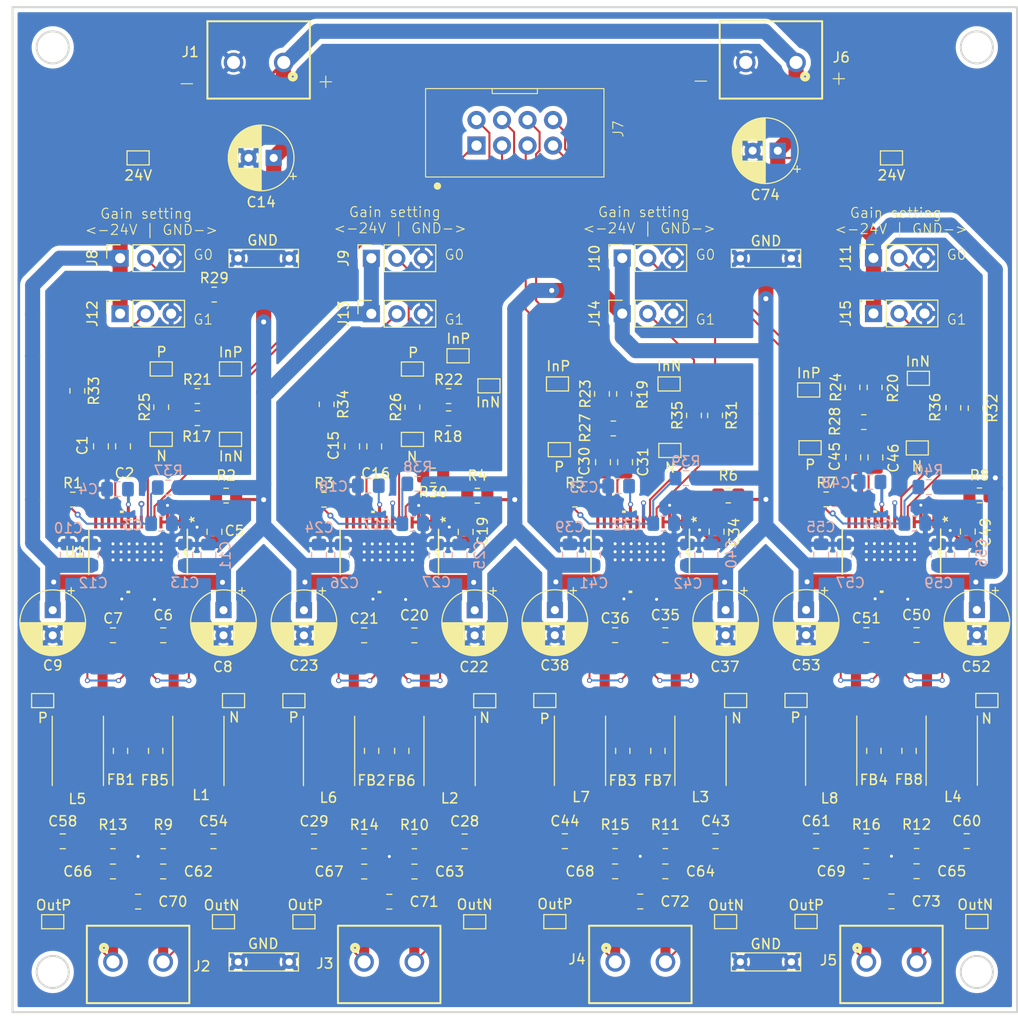
<source format=kicad_pcb>
(kicad_pcb (version 20240108) (generator "pcbnew") (generator_version "8.0")
  (layers (0 "F.Cu" signal) (31 "B.Cu" signal) (34 "B.Paste" user) (35 "F.Paste" user) (36 "B.SilkS" user "B.Silkscreen") (37 "F.SilkS" user "F.Silkscreen") (38 "B.Mask" user) (39 "F.Mask" user) (44 "Edge.Cuts" user))
  (net 0 "")
  (net 1 "Net-(U1-INP)")
  (net 2 "Net-(U1-INN)")
  (net 3 "GND")
  (net 4 "+24V")
  (net 5 "Net-(U1-GVDD)")
  (net 6 "Net-(U1-*FAULT)")
  (net 7 "Net-(U2-INP)")
  (net 8 "Net-(U2-INN)")
  (net 9 "Net-(U2-GVDD)")
  (net 10 "Net-(U2-*FAULT)")
  (net 11 "/amp2/OutN")
  (net 12 "/amp2/OutP")
  (net 13 "Net-(U3-INP)")
  (net 14 "Net-(U3-INN)")
  (net 15 "Net-(U3-GVDD)")
  (net 16 "Net-(U3-*FAULT)")
  (net 17 "/amp3/OutN")
  (net 18 "/amp3/OutP")
  (net 19 "Net-(U4-INP)")
  (net 20 "Net-(U4-INN)")
  (net 21 "Net-(U4-GVDD)")
  (net 22 "Net-(U4-*FAULT)")
  (net 23 "/amp1/OutN")
  (net 24 "/amp1/OutP")
  (net 25 "/amp4/OutN")
  (net 26 "/amp4/OutP")
  (net 27 "/amp1/Gain0")
  (net 28 "/amp1/Gain1")
  (net 29 "/amp2/Gain0")
  (net 30 "/amp2/Gain1")
  (net 31 "/amp3/Gain0")
  (net 32 "/amp3/Gain1")
  (net 33 "/amp4/Gain0")
  (net 34 "/amp4/Gain1")
  (net 35 "Net-(R1-Pad2)")
  (net 36 "Net-(R3-Pad2)")
  (net 37 "Net-(R5-Pad2)")
  (net 38 "Net-(R7-Pad2)")
  (net 43 "/In1P")
  (net 44 "/In1N")
  (net 45 "/In2P")
  (net 46 "/In2N")
  (net 47 "/In3P")
  (net 48 "/In3N")
  (net 49 "/In4P")
  (net 50 "/In4N")
  (net 51 "Net-(C28-Pad2)")
  (net 52 "Net-(C29-Pad1)")
  (net 53 "Net-(C43-Pad2)")
  (net 54 "Net-(C44-Pad1)")
  (net 55 "Net-(C54-Pad2)")
  (net 56 "Net-(C58-Pad1)")
  (net 57 "Net-(C60-Pad2)")
  (net 58 "Net-(C61-Pad1)")
  (net 59 "/amp1/OutN_unfiltered")
  (net 60 "/amp1/OutP_unfiltered")
  (net 61 "/amp2/OutN_unfiltered")
  (net 62 "/amp2/OutP_unfiltered")
  (net 63 "/amp3/OutN_unfiltered")
  (net 64 "/amp3/OutP_unfiltered")
  (net 65 "/amp4/OutN_unfiltered")
  (net 66 "/amp4/OutP_unfiltered")
  (net 67 "Net-(C1-Pad1)")
  (net 68 "Net-(C2-Pad2)")
  (net 69 "Net-(C15-Pad1)")
  (net 70 "Net-(C16-Pad2)")
  (net 71 "Net-(C30-Pad1)")
  (net 72 "Net-(C31-Pad2)")
  (net 73 "Net-(C45-Pad1)")
  (net 74 "Net-(C46-Pad2)")
  (net 75 "Net-(C6-Pad2)")
  (net 76 "Net-(C7-Pad2)")
  (net 77 "Net-(C20-Pad2)")
  (net 78 "Net-(C21-Pad2)")
  (net 79 "Net-(C35-Pad2)")
  (net 80 "Net-(C36-Pad2)")
  (net 81 "Net-(C50-Pad2)")
  (net 82 "Net-(C51-Pad2)")
  (net 83 "Net-(J8-Pin_2)")
  (net 84 "Net-(J9-Pin_2)")
  (net 85 "Net-(J10-Pin_2)")
  (net 86 "Net-(J11-Pin_2)")
  (net 87 "Net-(J12-Pin_2)")
  (net 88 "Net-(J13-Pin_2)")
  (net 89 "Net-(J14-Pin_2)")
  (net 90 "Net-(J15-Pin_2)")
  (net 91 "/amp1/AVCC")
  (net 92 "/amp2/AVCC")
  (net 93 "/amp3/AVCC")
  (net 94 "/amp4/AVCC")
  (footprint "Connector_PinSocket_2.54mm:PinSocket_1x03_P2.54mm_Vertical" (layer "F.Cu") (at 85.21 64.475 90)
    (property "Reference" "J8")
    (property "Value" "Conn_01x03_Pin")
  )
  (footprint "Capacitor_THT:CP_Radial_D6.3mm_P2.50mm" (layer "F.Cu") (at 95.5 99.5 -90)
    (property "Reference" "C8")
    (property "Value" "100u")
  )
  (footprint "Capacitor_SMD:C_0805_2012Metric_Pad1.18x1.45mm_HandSolder" (layer "F.Cu") (at 94.6 91.7 90)
    (property "Reference" "C5")
    (property "Value" "0.1u")
  )
  (footprint "Inductor_SMD:L_0805_2012Metric_Pad1.15x1.40mm_HandSolder" (layer "F.Cu") (at 160.25 113.5 -90)
    (property "Reference" "FB4")
    (property "Value" "ILHB0805ER251V")
  )
  (footprint "Inductor_SMD:L_Taiyo-Yuden_NR-50xx_HandSoldering" (layer "F.Cu") (at 142.99 113.49 -90)
    (property "Reference" "L3")
    (property "Value" "15u")
  )
  (footprint "Capacitor_THT:CP_Radial_D6.3mm_P2.50mm" (layer "F.Cu") (at 100.5 54.5 180)
    (property "Reference" "C14")
    (property "Value" "100u")
  )
  (footprint "Resistor_SMD:R_0805_2012Metric_Pad1.20x1.40mm_HandSolder" (layer "F.Cu") (at 80.95 77.68 -90)
    (property "Reference" "R33")
    (property "Value" "100k")
  )
  (footprint "Capacitor_THT:CP_Radial_D6.3mm_P2.50mm" (layer "F.Cu") (at 170.5 99.477621 -90)
    (property "Reference" "C52")
    (property "Value" "100u")
  )
  (footprint "project_lib:TP_RCUCTE" (layer "F.Cu") (at 77.5 108.5)
    (property "Reference" "TP5" (hide yes))
    (property "Value" "P")
  )
  (footprint "project_lib:TP_RCUCTE" (layer "F.Cu") (at 121.51 108.507621)
    (property "Reference" "TP2" (hide yes))
    (property "Value" "N")
  )
  (footprint "Resistor_SMD:R_0805_2012Metric_Pad1.20x1.40mm_HandSolder" (layer "F.Cu") (at 135.38 77.98 90)
    (property "Reference" "R19")
    (property "Value" "0")
  )
  (footprint "project_lib:TP_RCUCTE" (layer "F.Cu") (at 96.2 75.5)
    (property "Reference" "TP17" (hide yes))
    (property "Value" "InP")
  )
  (footprint "Capacitor_SMD:C_0805_2012Metric_Pad1.18x1.45mm_HandSolder" (layer "F.Cu") (at 139.49 125.49)
    (property "Reference" "C64")
    (property "Value" "omit")
  )
  (footprint "Inductor_SMD:L_Taiyo-Yuden_NR-50xx_HandSoldering" (layer "F.Cu") (at 81 113.5 -90)
    (property "Reference" "L5")
    (property "Value" "15u")
  )
  (footprint "Capacitor_SMD:C_0805_2012Metric_Pad1.18x1.45mm_HandSolder" (layer "F.Cu") (at 84.5 102)
    (property "Reference" "C7")
    (property "Value" "0.47u")
  )
  (footprint "Inductor_SMD:L_0805_2012Metric_Pad1.15x1.40mm_HandSolder" (layer "F.Cu") (at 110.25 113.5 -90)
    (property "Reference" "FB2")
    (property "Value" "ILHB0805ER251V")
  )
  (footprint "Capacitor_SMD:C_0805_2012Metric_Pad1.18x1.45mm_HandSolder" (layer "F.Cu") (at 159.5 101.97762)
    (property "Reference" "C51")
    (property "Value" "0.47u")
  )
  (footprint "TestPoint:TestPoint_Bridge_Pitch5.08mm_Drill0.7mm" (layer "F.Cu") (at 96.96 134.5)
    (property "Reference" "TP36")
    (property "Value" "GND")
  )
  (footprint "Capacitor_SMD:C_0805_2012Metric_Pad1.18x1.45mm_HandSolder" (layer "F.Cu") (at 136.99 128.49)
    (property "Reference" "C72")
    (property "Value" "C_Small")
  )
  (footprint "project_lib:PWP28_6P17X2P4" (layer "F.Cu") (at 162 93.677621 -90)
    (property "Reference" "U4")
    (property "Value" "TPA3111D1PWPR")
  )
  (footprint "Capacitor_SMD:C_0805_2012Metric_Pad1.18x1.45mm_HandSolder" (layer "F.Cu") (at 129.49 122.49 180)
    (property "Reference" "C44")
    (property "Value" "1000p")
  )
  (footprint "Capacitor_SMD:C_0805_2012Metric_Pad1.18x1.45mm_HandSolder" (layer "F.Cu") (at 104.51 122.507621 180)
    (property "Reference" "C29")
    (property "Value" "1000p")
  )
  (footprint "project_lib:TP_RCUCTE" (layer "F.Cu") (at 153.5 130.47762)
    (property "Reference" "TP16" (hide yes))
    (property "Value" "OutP")
  )
  (footprint "Resistor_SMD:R_0805_2012Metric_Pad1.20x1.40mm_HandSolder" (layer "F.Cu") (at 155.500001 88.477621)
    (property "Reference" "R7")
    (property "Value" "100k")
  )
  (footprint "Inductor_SMD:L_0805_2012Metric_Pad1.15x1.40mm_HandSolder" (layer "F.Cu") (at 88.75 113.5 -90)
    (property "Reference" "FB5")
    (property "Value" "ILHB0805ER251V")
  )
  (footprint "Inductor_SMD:L_0805_2012Metric_Pad1.15x1.40mm_HandSolder" (layer "F.Cu") (at 138.75 113.5 -90)
    (property "Reference" "FB7")
    (property "Value" "ILHB0805ER251V")
  )
  (footprint "project_lib:691137710002" (layer "F.Cu") (at 137 134.5)
    (property "Reference" "J4")
    (property "Value" "Screw Terminal")
  )
  (footprint "Connector_PinSocket_2.54mm:PinSocket_1x03_P2.54mm_Vertical" (layer "F.Cu") (at 110.22 64.482621 90)
    (property "Reference" "J9")
    (property "Value" "Conn_01x03_Pin")
  )
  (footprint "project_lib:TP_RCUCTE" (layer "F.Cu") (at 121.93 77.18)
    (property "Reference" "TP22" (hide yes))
    (property "Value" "InN")
  )
  (footprint "Connector_PinSocket_2.54mm:PinSocket_1x03_P2.54mm_Vertical" (layer "F.Cu") (at 160.210001 64.452621 90)
    (property "Reference" "J11")
    (property "Value" "Conn_01x03_Pin")
  )
  (footprint "Resistor_SMD:R_0805_2012Metric_Pad1.20x1.40mm_HandSolder" (layer "F.Cu") (at 105.51 88.507621)
    (property "Reference" "R3")
    (property "Value" "100k")
  )
  (footprint "Resistor_SMD:R_0805_2012Metric_Pad1.20x1.40mm_HandSolder" (layer "F.Cu") (at 92.9 80.4)
    (property "Reference" "R17")
    (property "Value" "0")
  )
  (footprint "Capacitor_SMD:C_0805_2012Metric_Pad1.18x1.45mm_HandSolder" (layer "F.Cu") (at 139.49 101.99 180)
    (property "Reference" "C35")
    (property "Value" "0.47u")
  )
  (footprint "project_lib:TP_RCUCTE" (layer "F.Cu") (at 152.5 108.47762)
    (property "Reference" "TP8" (hide yes))
    (property "Value" "P")
  )
  (footprint "Connector_PinSocket_2.54mm:PinSocket_1x03_P2.54mm_Vertical" (layer "F.Cu") (at 110.22 70.007621 90)
    (property "Reference" "J13")
    (property "Value" "Conn_01x03_Pin")
  )
  (footprint "Resistor_SMD:R_0805_2012Metric_Pad1.20x1.40mm_HandSolder" (layer "F.Cu") (at 84.5 122.5)
    (property "Reference" "R13")
    (property "Value" "0")
  )
  (footprint "Capacitor_SMD:C_0805_2012Metric_Pad1.18x1.45mm_HandSolder" (layer "F.Cu") (at 87 128.5)
    (property "Reference" "C70")
    (property "Value" "C_Small")
  )
  (footprint "Capacitor_THT:CP_Radial_D6.3mm_P2.50mm" (layer "F.Cu") (at 153.5 99.477621 -90)
    (property "Reference" "C53")
    (property "Value" "100u")
  )
  (footprint "project_lib:691137710002" (layer "F.Cu") (at 150 45 180)
    (property "Reference" "J6")
    (property "Value" "Screw Terminal")
  )
  (footprint "project_lib:PWP28_6P17X2P4" (layer "F.Cu") (at 136.99 93.69 -90)
    (property "Reference" "U3")
    (property "Value" "TPA3111D1PWPR")
  )
  (footprint "Capacitor_SMD:C_0805_2012Metric_Pad1.18x1.45mm_HandSolder" (layer "F.Cu") (at 112.01 128.507621)
    (property "Reference" "C71")
    (property "Value" "C_Small")
  )
  (footprint "Capacitor_THT:CP_Radial_D6.3mm_P2.50mm" (layer "F.Cu") (at 145.49 99.49 -90)
    (property "Reference" "C37")
    (property "Value" "100u")
  )
  (footprint "Inductor_SMD:L_0805_2012Metric_Pad1.15x1.40mm_HandSolder" (layer "F.Cu") (at 113.25 113.5 -90)
    (property "Reference" "FB6")
    (property "Value" "ILHB0805ER251V")
  )
  (footprint "Resistor_SMD:R_0805_2012Metric_Pad1.20x1.40mm_HandSolder" (layer "F.Cu") (at 170.38 79.4 -90)
    (property "Reference" "R32")
    (property "Value" "100k")
  )
  (footprint "project_lib:TP_RCUCTE" (layer "F.Cu") (at 95.5 130.5)
    (property "Reference" "TP9" (hide yes))
    (property "Value" "OutN")
  )
  (footprint "Capacitor_SMD:C_0805_2012Metric_Pad1.18x1.45mm_HandSolder" (layer "F.Cu") (at 162 128.477621)
    (property "Reference" "C73")
    (property "Value" "C_Small")
  )
  (footprint "Resistor_SMD:R_0805_2012Metric_Pad1.20x1.40mm_HandSolder" (layer "F.Cu") (at 114.31 79.307621 90)
    (property "Reference" "R26")
    (property "Value" "omit")
  )
  (footprint "Capacitor_SMD:C_0805_2012Metric_Pad1.18x1.45mm_HandSolder" (layer "F.Cu") (at 110.51 83.207621 90)
    (property "Reference" "C16")
    (property "Value" "1u")
  )
  (footprint "project_lib:TP_RCUCTE" (layer "F.Cu") (at 170.5 130.477621)
    (property "Reference" "TP12" (hide yes))
    (property "Value" "OutN")
  )
  (footprint "Capacitor_SMD:C_0805_2012Metric_Pad1.18x1.45mm_HandSolder" (layer "F.Cu") (at 158.2 84.3025 -90)
    (property "Reference" "C45")
    (property "Value" "1u")
  )
  (footprint "Capacitor_SMD:C_0805_2012Metric_Pad1.18x1.45mm_HandSolder" (layer "F.Cu") (at 109.51 125.507621)
    (property "Reference" "C67")
    (property "Value" "omit")
  )
  (footprint "Resistor_SMD:R_0805_2012Metric_Pad1.20x1.40mm_HandSolder" (layer "F.Cu") (at 170.7625 88.077621 180)
    (property "Reference" "R8")
    (property "Value" "100k")
  )
  (footprint "project_lib:TP_RCUCTE" (layer "F.Cu") (at 171.499999 108.477621)
    (property "Reference" "TP4" (hide yes))
    (property "Value" "N")
  )
  (footprint "project_lib:TP_RCUCTE" (layer "F.Cu") (at 164.68 76.43)
    (property "Reference" "TP24" (hide yes))
    (property "Value" "InN")
  )
  (footprint "project_lib:TP_RCUCTE" (layer "F.Cu") (at 96.5 108.5)
    (property "Reference" "TP1" (hide yes))
    (property "Value" "N")
  )
  (footprint "Resistor_SMD:R_0805_2012Metric_Pad1.20x1.40mm_HandSolder" (layer "F.Cu") (at 130.49 88.49)
    (property "Reference" "R5")
    (property "Value" "100k")
  )
  (footprint "Capacitor_SMD:C_0805_2012Metric_Pad1.18x1.45mm_HandSolder" (layer "F.Cu") (at 135.48 84.7725 90)
    (property "Reference" "C31")
    (property "Value" "1u")
  )
  (footprint "project_lib:TP_RCUCTE" (layer "F.Cu") (at 120.51 130.507621)
    (property "Reference" "TP10" (hide yes))
    (property "Value" "OutN")
  )
  (footprint "Inductor_SMD:L_0805_2012Metric_Pad1.15x1.40mm_HandSolder" (layer "F.Cu") (at 163.75 113.5 -90)
    (property "Reference" "FB8")
    (property "Value" "ILHB0805ER251V")
  )
  (footprint "project_lib:TP_RCUCTE" (layer "F.Cu") (at 96.2 82.5)
    (property "Reference" "TP21" (hide yes))
    (property "Value" "InN")
  )
  (footprint "project_lib:TP_RCUCTE" (layer "F.Cu") (at 128.49 130.49)
    (property "Reference" "TP15" (hide yes))
    (property "Value" "OutP")
  )
  (footprint "Capacitor_SMD:C_0805_2012Metric_Pad1.18x1.45mm_HandSolder" (layer "F.Cu") (at 134.49 101.99)
    (property "Reference" "C36")
    (property "Value" "0.47u")
  )
  (footprint "Capacitor_SMD:C_0805_2012Metric_Pad1.18x1.45mm_HandSolder" (layer "F.Cu") (at 169.600001 91.677621 90)
    (property "Reference" "C49")
    (property "Value" "0.1u")
  )
  (footprint "Inductor_SMD:L_0805_2012Metric_Pad1.15x1.40mm_HandSolder" (layer "F.Cu") (at 85.25 113.5 -90)
    (property "Reference" "FB1")
    (property "Value" "ILHB0805ER251V")
  )
  (footprint "Resistor_SMD:R_0805_2012Metric_Pad1.20x1.40mm_HandSolder" (layer "F.Cu") (at 158.12 77.33 90)
    (property "Reference" "R24")
    (property "Value" "0")
  )
  (footprint "Resistor_SMD:R_0805_2012Metric_Pad1.20x1.40mm_HandSolder" (layer "F.Cu") (at 89.3 79.3 90)
    (property "Reference" "R25")
    (property "Value" "omit")
  )
  (footprint "project_lib:TP_RCUCTE" (layer "F.Cu") (at 114.31 75.507621)
    (property "Reference" "TP26" (hide yes))
    (property "Value" "P")
  )
  (footprint "Resistor_SMD:R_0805_2012Metric_Pad1.20x1.40mm_HandSolder" (layer "F.Cu") (at 92.9 78.2)
    (property "Reference" "R21")
    (property "Value" "0")
  )
  (footprint "Capacitor_SMD:C_0805_2012Metric_Pad1.18x1.45mm_HandSolder" (layer "F.Cu") (at 109.51 102.007621)
    (property "Reference" "C21")
    (property "Value" "0.47u")
  )
  (footprint "Resistor_SMD:R_0805_2012Metric_Pad1.20x1.40mm_HandSolder" (layer "F.Cu") (at 117.91 80.407621)
    (property "Reference" "R18")
    (property "Value" "0")
  )
  (footprint "Capacitor_SMD:C_0805_2012Metric_Pad1.18x1.45mm_HandSolder" (layer "F.Cu") (at 94.5 122.5 180)
    (property "Reference" "C54")
    (property "Value" "1000p")
  )
  (footprint "Resistor_SMD:R_0805_2012Metric_Pad1.20x1.40mm_HandSolder" (layer "F.Cu") (at 142.34 80.12 -90)
    (property "Reference" "R35")
    (property "Value" "100k")
  )
  (footprint "Capacitor_SMD:C_0805_2012Metric_Pad1.18x1.45mm_HandSolder" (layer "F.Cu") (at 79.5 122.5 180)
    (property "Reference" "C58")
    (property "Value" "1000p")
  )
  (footprint "Resistor_SMD:R_0805_2012Metric_Pad1.20x1.40mm_HandSolder" (layer "F.Cu") (at 145.7525 88.09 180)
    (property "Reference" "R6")
    (property "Value" "100k")
  )
  (footprint "Capacitor_THT:CP_Radial_D6.3mm_P2.50mm" (layer "F.Cu") (at 78.5 99.5 -90)
    (property "Reference" "C9")
    (property "Value" "100u")
  )
  (footprint "Resistor_SMD:R_0805_2012Metric_Pad1.20x1.40mm_HandSolder" (layer "F.Cu") (at 134.49 122.49)
    (property "Reference" "R15")
    (property "Value" "0")
  )
  (footprint "project_lib:TP_RCUCTE" (layer "F.Cu") (at 128.75 76.99)
    (property "Reference" "TP19" (hide yes))
    (property "Value" "InP")
  )
  (footprint "Inductor_SMD:L_Taiyo-Yuden_NR-50xx_HandSoldering" (layer "F.Cu") (at 118.01 113.507621 -90)
    (property "Reference" "L2")
    (property "Value" "15u")
  )
  (footprint "Capacitor_SMD:C_0805_2012Metric_Pad1.18x1.45mm_HandSolder" (layer "F.Cu") (at 144.59 91.69 90)
    (property "Reference" "C34")
    (property "Value" "0.1u")
  )
  (footprint "Capacitor_THT:CP_Radial_D6.3mm_P2.50mm" (layer "F.Cu") (at 128.49 99.49 -90)
    (property "Reference" "C38")
    (property "Value" "100u")
  )
  (footprint "project_lib:BHR-08-VUA" (layer "F.Cu") (at 124.5 52 90)
    (property "Reference" "J7")
    (property "Value" "Conn_02x04_Odd_Even")
  )
  (footprint "Capacitor_SMD:C_0805_2012Metric_Pad1.18x1.45mm_HandSolder" (layer "F.Cu") (at 114.51 125.507621)
    (property "Reference" "C63")
    (property "Value" "omit")
  )
  (footprint "Resistor_SMD:R_0805_2012Metric_Pad1.20x1.40mm_HandSolder" (layer "F.Cu") (at 168.16 79.36 -90)
    (property "Reference" "R36")
    (property "Value" "100k")
  )
  (footprint "project_lib:TP_RCUCTE" (layer "F.Cu") (at 145.49 130.49)
    (property "Reference" "TP11" (hide yes))
    (property "Value" "OutN")
  )
  (footprint "Capacitor_SMD:C_0805_2012Metric_Pad1.18x1.45mm_HandSolder" (layer "F.Cu") (at 164.5 125.477621)
    (property "Reference" "C65")
    (property "Value" "omit")
  )
  (footprint "Inductor_SMD:L_Taiyo-Yuden_NR-50xx_HandSoldering" (layer "F.Cu") (at 168 113.477621 -90)
    (property "Reference" "L4")
    (property "Value" "15u")
  )
  (footprint "project_lib:TP_RCUCTE" (layer "F.Cu") (at 127.49 108.49)
    (property "Reference" "TP7" (hide yes))
    (property "Value" "P")
  )
  (footprint "Connector_PinSocket_2.54mm:PinSocket_1x03_P2.54mm_Vertical" (layer "F.Cu") (at 135.2 69.99 90)
    (property "Reference" "J14")
    (property "Value" "Conn_01x03_Pin")
  )
  (footprint "project_lib:TP_RCUCTE" (layer "F.Cu") (at 78.5 130.5)
    (property "Reference" "TP13" (hide yes))
    (property "Value" "OutP")
  )
  (footprint "Resistor_SMD:R_0805_2012Metric_Pad1.20x1.40mm_HandSolder" (layer "F.Cu") (at 80.5 88.5)
    (property "Reference" "R1")
    (property "Value" "100k")
  )
  (footprint "Capacitor_SMD:C_0805_2012Metric_Pad1.18x1.45mm_HandSolder" (layer "F.Cu") (at 133.28 84.7725 -90)
    (property "Reference" "C30")
    (property "Value" "1u")
  )
  (footprint "project_lib:TP_RCUCTE" (layer "F.Cu") (at 103.51 130.507621)
    (property "Reference" "TP14" (hide yes))
    (property "Value" "OutP")
  )
  (footprint "project_lib:TP_RCUCTE" (layer "F.Cu") (at 128.93 83.53)
    (property "Reference" "TP27" (hide yes))
    (property "Value" "P")
  )
  (footprint "Inductor_SMD:L_Taiyo-Yuden_NR-50xx_HandSoldering" (layer "F.Cu") (at 93 113.5 -90)
    (property "Reference" "L1")
    (property "Value" "15u")
  )
  (footprint "Resistor_SMD:R_0805_2012Metric_Pad1.20x1.40mm_HandSolder" (layer "F.Cu") (at 120.7725 88.107621 180)
    (property "Reference" "R4")
    (property "Value" "100k")
  )
  (footprint "Resistor_SMD:R_0805_2012Metric_Pad1.20x1.40mm_HandSolder" (layer "F.Cu") (at 159.5 122.477621)
    (property "Reference" "R16")
    (property "Value" "0")
  )
  (footprint "Resistor_SMD:R_0805_2012Metric_Pad1.20x1.40mm_HandSolder" (layer "F.Cu") (at 160.32 77.33 90)
    (property "Reference" "R20")
    (property "Value" "0")
  )
  (footprint "Capacitor_SMD:C_0805_2012Metric_Pad1.18x1.45mm_HandSolder" (layer "F.Cu") (at 89.5 102 180)
    (property "Reference" "C6")
    (property "Value" "0.47u")
  )
  (footprint "Connector_PinSocket_2.54mm:PinSocket_1x03_P2.54mm_Vertical" (layer "F.Cu") (at 85.21 70 90)
    (property "Reference" "J12")
    (property "Value" "Conn_01x03_Pin")
  )
  (footprint "Capacitor_SMD:C_0805_2012Metric_Pad1.18x1.45mm_HandSolder" (layer "F.Cu") (at 84.5 125.5)
    (property "Reference" "C66")
    (property "Value" "omit")
  )
  (footprint "Capacitor_SMD:C_0805_2012Metric_Pad1.18x1.45mm_HandSolder" (layer "F.Cu") (at 164.5 101.97762 180)
    (property "Reference" "C50")
    (property "Value" "0.47u")
  )
  (footprint "project_lib:TP_RCUCTE" (layer "F.Cu") (at 153.9 83.34)
    (property "Reference" "TP28" (hide yes))
    (property "Value" "P")
  )
  (footprint "project_lib:TP_RCUCTE" (layer "F.Cu") (at 114.31 82.507621)
    (property "Reference" "TP30" (hide yes))
    (property "Value" "N")
  )
  (footprint "Resistor_SMD:R_0805_2012Metric_Pad1.20x1.40mm_HandSolder" (layer "F.Cu") (at 95.7625 88.1 180)
    (property "Reference" "R2")
    (property "Value" "100k")
  )
  (footprint "Capacitor_SMD:C_0805_2012Metric_Pad1.18x1.45mm_HandSolder" (layer "F.Cu") (at 134.49 125.49)
    (property "Reference" "C68")
    (property "Value" "omit")
  )
  (footprint "Resistor_SMD:R_0805_2012Metric_Pad1.20x1.40mm_HandSolder" (layer "F.Cu") (at 114.51 122.507621)
    (property "Reference" "R10")
    (property "Value" "0")
  )
  (footprint "Capacitor_SMD:C_0805_2012Metric_Pad1.18x1.45mm_HandSolder" (layer "F.Cu") (at 119.51 122.507621 180)
    (property "Reference" "C28")
    (property "Value" "1000p")
  )
  (footprint "Resistor_SMD:R_0805_2012Metric_Pad1.20x1.40mm_HandSolder" (layer "F.Cu") (at 164.5 122.477621)
    (property "Reference" "R12")
    (property "Value" "0")
  )
  (footprint "Inductor_SMD:L_Taiyo-Yuden_NR-50xx_HandSoldering" (layer "F.Cu") (at 130.99 113.49 -90)
    (property "Reference" "L7")
    (property "Value" "15u")
  )
  (footprint "Resistor_SMD:R_0805_2012Metric_Pad1.20x1.40mm_HandSolder" (layer "F.Cu") (at 89.5 122.5)
    (property "Reference" "R9")
    (property "Value" "0")
  )
  (footprint "Inductor_SMD:L_0805_2012Metric_Pad1.15x1.40mm_HandSolder" (layer "F.Cu") (at 135.25 113.5 -90)
    (property "Reference" "FB3")
    (property "Value" "ILHB0805ER251V")
  )
  (footprint "TestPoint:TestPoint_Bridge_Pitch5.08mm_Drill0.7mm" (layer "F.Cu") (at 146.96 134.5)
    (property "Reference" "TP38")
    (property "Value" "GND")
  )
  (footprint "Resistor_SMD:R_0805_2012Metric_Pad1.20x1.40mm_HandSolder" (layer "F.Cu") (at 117.91 78.207621)
    (property "Reference" "R22")
    (property "Value" "0")
  )
  (footprint "Capacitor_THT:CP_Radial_D6.3mm_P2.50mm" (layer "F.Cu") (at 150.68 53.78 180)
    (property "Reference" "C74")
    (property "Value" "100u")
  )
  (footprint "project_lib:691137710002" (layer "F.Cu") (at 162 134.5)
    (property "Reference" "J5")
    (property "Value" "Screw Terminal")
  )
  (footprint "project_lib:PWP28_6P17X2P4" (layer "F.Cu") (at 112.01 93.707621 -90)
    (property "Reference" "U2")
    (property "Value" "TPA3111D1PWPR")
  )
  (footprint "TestPoint:TestPoint_Bridge_Pitch5.08mm_Drill0.7mm" (layer "F.Cu") (at 146.96 64.5)
    (property "Reference" "TP37")
    (property "Value" "GND")
  )
  (footprint "project_lib:TP_RCUCTE" (layer "F.Cu") (at 164.57 83.36)
    (property "Reference" "TP32" (hide yes))
    (property "Value" "N")
  )
  (footprint "project_lib:TP_RCUCTE" (layer "F.Cu") (at 89.3 82.5)
    (property "Reference" "TP29" (hide yes))
    (property "Value" "N")
  )
  (footprint "project_lib:691137710002" (layer "F.Cu") (at 99 45 180)
    (property "Reference" "J1")
    (property "Value" "Screw Terminal")
  )
  (footprint "TestPoint:TestPoint_Bridge_Pitch5.08mm_Drill0.7mm" (layer "F.Cu") (at 96.96 64.5)
    (property "Reference" "TP35" (hide yes))
    (property "Value" "GND")
  )
  (footprint "project_lib:TP_RCUCTE" (layer "F.Cu") (at 162 54.5)
    (property "Reference" "TP34" (hide yes))
    (property "Value" "24V")
  )
  (footprint "Capacitor_THT:CP_Radial_D6.3mm_P2.50mm" (layer "F.Cu") (at 103.51 99.507621 -90)
    (property "Reference" "C23")
    (property "Value" "100u")
  )
  (footprint "Connector_PinSocket_2.54mm:PinSocket_1x03_P2.54mm_Vertical" (layer "F.Cu") (at 160.210001 69.977621 90)
    (property "Reference" "J15")
    (property "Value" "Conn_01x03_Pin")
  )
  (footprint "Capacitor_SMD:C_0805_2012Metric_Pad1.18x1.45mm_HandSolder" (layer "F.Cu") (at 154.5 122.47762 180)
    (property "Reference" "C61")
    (property "Value" "1000p")
  )
  (footprint "Capacitor_SMD:C_0805_2012Metric_Pad1.18x1.45mm_HandSolder" (layer "F.Cu") (at 89.5 125.5)
    (property "Reference" "C62")
    (property "Value" "omit")
  )
  (footprint "project_lib:691137710002" (layer "F.Cu") (at 87 134.5)
    (property "Reference" "J2")
    (property "Value" "Screw Terminal")
  )
  (footprint "Inductor_SMD:L_Taiyo-Yuden_NR-50xx_HandSoldering" (layer "F.Cu") (at 156 113.47762 -90)
    (property "Reference" "L8")
    (property "Value" "15u")
  )
  (footprint "Inductor_SMD:L_Taiyo-Yuden_NR-50xx_HandSoldering" (layer "F.Cu") (at 106.01 113.507621 -90)
    (property "Reference" "L6")
    (property "Value" "15u")
  )
  (footprint "Capacitor_SMD:C_0805_2012Metric_Pad1.18x1.45mm_HandSolder" (layer "F.Cu") (at 108.31 83.207621 -90)
    (property "Reference" "C15")
    (property "Value" "1u")
  )
  (footprint "project_lib:TP_RCUCTE" (layer "F.Cu") (at 139.86 76.99)
    (property "Reference" "TP23" (hide yes))
    (property "Value" "InN")
  )
  (footprint "Capacitor_SMD:C_0805_2012Metric_Pad1.18x1.45mm_HandSolder" (layer "F.Cu") (at 114.51 102.007621 180)
    (property "Reference" "C20")
    (property "Value" "0.47u")
  )
  (footprint "Capacitor_SMD:C_0805_2012Metric_Pad1.18x1.45mm_HandSolder" (layer "F.Cu") (at 144.49 122.49 180)
    (property "Reference" "C43")
    (property "Value" "1000p")
  )
  (footprint "Capacitor_SMD:C_0805_2012Metric_Pad1.18x1.45mm_HandSolder" (layer "F.Cu") (at 83.3 83.2 -90)
    (property "Reference" "C1")
    (property "Value" "1u")
  )
  (footprint "project_lib:PWP28_6P17X2P4" (layer "F.Cu") (at 87 93.7 -90)
    (property "Reference" "U1")
    (property "Value" "TPA3111D1PWPR")
  )
  (footprint "Resistor_SMD:R_0805_2012Metric_Pad1.20x1.40mm_HandSolder" (layer "F.Cu") (at 139.49 122.49)
    (property "Reference" "R11")
    (property "Value" "0")
  )
  (footprint "project_lib:TP_RCUCTE" (layer "F.Cu") (at 87 54.5)
    (property "Reference" "TP33" (hide yes))
    (property "Value" "24V")
  )
  (footprint "Resistor_SMD:R_0805_2012Metric_Pad1.20x1.40mm_HandSolder" (layer "F.Cu") (at 94.58 68.1)
    (property "Reference" "R29")
    (property "Value" "100k")
  )
  (footprint "Resistor_SMD:R_0805_2012Metric_Pad1.20x1.40mm_HandSolder" (layer "F.Cu") (at 133.18 77.98 90)
    (property "Reference" "R23")
    (property "Value" "0")
  )
  (footprint "Resistor_SMD:R_0805_2012Metric_Pad1.20x1.40mm_HandSolder" (layer "F.Cu") (at 109.51 122.507621)
    (property "Reference" "R14")
    (property "Value" "0")
  )
  (footprint "project_lib:TP_RCUCTE" (layer "F.Cu") (at 89.3 75.5)
    (property "Reference" "TP25" (hide yes))
    (property "Value" "P")
  )
  (footprint "project_lib:691137710002" (layer "F.Cu") (at 112 134.5)
    (property "Reference" "J3")
    (property "Value" "Screw Terminal")
  )
  (footprint "Connector_PinSocket_2.54mm:PinSocket_1x03_P2.54mm_Vertical" (layer "F.Cu") (at 135.2 64.465 90)
    (property "Reference" "J10")
    (property "Value" "Conn_01x03_Pin")
  )
  (footprint "Capacitor_SMD:C_0805_2012Metric_Pad1.18x1.45mm_HandSolder" (layer "F.Cu") (at 169.5 122.477621 180)
    (property "Reference" "C60")
    (property "Value" "1000p")
  )
  (footprint "Resistor_SMD:R_0805_2012Metric_Pad1.20x1.40mm_HandSolder" (layer "F.Cu") (at 144.44 80.12 -90)
    (property "Reference" "R31")
    (property "Value" "100k")
  )
  (footprint "Resistor_SMD:R_0805_2012Metric_Pad1.20x1.40mm_HandSolder" (layer "F.Cu") (at 116.37 86.1 180)
    (property "Reference" "R30")
    (property "Value" "100k")
  )
  (footprint "Capacitor_SMD:C_0805_2012Metric_Pad1.18x1.45mm_HandSolder" (layer "F.Cu") (at 85.5 83.2 90)
    (property "Reference" "C2")
    (property "Value" "1u")
  )
  (footprint "Capacitor_THT:CP_Radial_D6.3mm_P2.50mm" (layer "F.Cu") (at 120.51 99.507621 -90)
    (property "Reference" "C22")
    (property "Value" "100u")
  )
  (footprint "Resistor_SMD:R_0805_2012Metric_Pad1.20x1.40mm_HandSolder" (layer "F.Cu") (at 105.77 79.02 -90)
    (property "Reference" "R34")
    (property "Value" "100k")
  )
  (footprint "Resistor_SMD:R_0805_2012Metric_Pad1.20x1.40mm_HandSolder" (layer "F.Cu") (at 134.31 81.42 180)
    (property "Reference" "R27")
    (property "Value" "omit")
  )
  (footprint "project_lib:TP_RCUCTE" (layer "F.Cu") (at 118.85 74.19)
    (property "Reference" "TP18" (hide yes))
    (property "Value" "InP")
  )
  (footprint "project_lib:TP_RCUCTE" (layer "F.Cu") (at 102.51 108.507621)
    (property "Reference" "TP6" (hide yes))
    (property "Value" "P")
  )
  (footprint "project_lib:TP_RCUCTE" (layer "F.Cu") (at 139.94 83.61)
    (property "Reference" "TP31" (hide yes))
    (property "Value" "N")
  )
  (footprint "Capacitor_SMD:C_0805_2012Metric_Pad1.18x1.45mm_HandSolder" (layer "F.Cu") (at 159.5 125.477621)
    (property "Reference" "C69")
    (property "Value" "omit")
  )
  (footprint "project_lib:TP_RCUCTE" (layer "F.Cu") (at 146.49 108.49)
    (property "Reference" "TP3" (hide yes))
    (property "Value" "N")
  )
  (footprint "project_lib:TP_RCUCTE" (layer "F.Cu") (at 153.76 77.59)
    (property "Reference" "TP20" (hide yes))
    (property "Value" "InP")
  )
  (footprint "Capacitor_SMD:C_0805_2012Metric_Pad1.18x1.45mm_HandSolder" (layer "F.Cu") (at 160.4 84.3025 90)
    (property "Reference" "C46")
    (property "Value" "1u")
  )
  (footprint "Resistor_SMD:R_0805_2012Metric_Pad1.20x1.40mm_HandSolder" (layer "F.Cu") (at 159.24 80.79 180)
    (property "Reference" "R28")
    (property "Value" "omit")
  )
  (footprint "Capacitor_SMD:C_0805_2012Metric_Pad1.18x1.45mm_HandSolder" (layer "F.Cu") (at 119.61 91.707621 90)
    (property "Reference" "C19")
    (property "Value" "0.1u")
  )
  (footprint "Capacitor_SMD:C_0805_2012Metric_Pad1.18x1.45mm_HandSolder" (layer "B.Cu") (at 157.3 93.977621 90)
    (property "Reference" "C57")
    (property "Value" "1000p")
  )
  (footprint "Capacitor_SMD:C_0805_2012Metric_Pad1.18x1.45mm_HandSolder" (layer "B.Cu") (at 114.8375 86.93 180)
    (property "Reference" "R38")
    (property "Value" "10")
  )
  (footprint "Capacitor_SMD:C_0805_2012Metric_Pad1.18x1.45mm_HandSolder" (layer "B.Cu") (at 169.000001 93.977621 90)
    (property "Reference" "C56")
    (property "Value" "0.1u")
  )
  (footprint "Capacitor_SMD:C_0805_2012Metric_Pad1.18x1.45mm_HandSolder" (layer "B.Cu") (at 159.87 86.74)
    (property "Reference" "C48")
    (property "Value" "1u")
  )
  (footprint "Capacitor_SMD:C_0805_2012Metric_Pad1.18x1.45mm_HandSolder" (layer "B.Cu") (at 129.99 93.99 90)
    (property "Reference" "C39")
    (property "Value" "0.1u")
  )
  (footprint "Capacitor_SMD:C_0805_2012Metric_Pad1.18x1.45mm_HandSolder" (layer "B.Cu") (at 90 87.3 180)
    (property "Reference" "R37")
    (property "Value" "10")
  )
  (footprint "Capacitor_SMD:C_0805_2012Metric_Pad1.18x1.45mm_HandSolder" (layer "B.Cu") (at 155 93.977621 90)
    (property "Reference" "C55")
    (property "Value" "0.1u")
  )
  (footprint "Capacitor_SMD:C_0805_2012Metric_Pad1.18x1.45mm_HandSolder" (layer "B.Cu") (at 165.72 87.25 180)
    (property "Reference" "R40")
    (property "Value" "10")
  )
  (footprint "Capacitor_SMD:C_0805_2012Metric_Pad1.18x1.45mm_HandSolder" (layer "B.Cu") (at 82.3 94 90)
    (property "Reference" "C12")
    (property "Value" "1000p")
  )
  (footprint "Capacitor_SMD:C_0805_2012Metric_Pad1.18x1.45mm_HandSolder" (layer "B.Cu") (at 166.700001 93.977621 90)
    (property "Reference" "C59")
    (property "Value" "1000p")
  )
  (footprint "Capacitor_SMD:C_0805_2012Metric_Pad1.18x1.45mm_HandSolder" (layer "B.Cu") (at 80 94 90)
    (property "Reference" "C10")
    (property "Value" "0.1u")
  )
  (footprint "Capacitor_SMD:C_0805_2012Metric_Pad1.18x1.45mm_HandSolder" (layer "B.Cu") (at 143.99 93.99 90)
    (property "Reference" "C40")
    (property "Value" "0.1u")
  )
  (footprint "Capacitor_SMD:C_0805_2012Metric_Pad1.18x1.45mm_HandSolder" (layer "B.Cu") (at 84.9525 87.46)
    (property "Reference" "C4")
    (property "Value" "1u")
  )
  (footprint "Capacitor_SMD:C_0805_2012Metric_Pad1.18x1.45mm_HandSolder" (layer "B.Cu") (at 134.84 87.15)
    (property "Reference" "C33")
    (property "Value" "1u")
  )
  (footprint "Capacitor_SMD:C_0805_2012Metric_Pad1.18x1.45mm_HandSolder" (layer "B.Cu") (at 132.29 93.99 90)
    (property "Reference" "C41")
    (property "Value" "1000p")
  )
  (footprint "Capacitor_SMD:C_0805_2012Metric_Pad1.18x1.45mm_HandSolder" (layer "B.Cu") (at 139.3225 90.89)
    (property "Reference" "C32")
    (property "Value" "1u")
  )
  (footprint "Capacitor_SMD:C_0805_2012Metric_Pad1.18x1.45mm_HandSolder" (layer "B.Cu") (at 119.01 94.007621 90)
    (property "Reference" "C25")
    (property "Value" "0.1u")
  )
  (footprint "Capacitor_SMD:C_0805_2012Metric_Pad1.18x1.45mm_HandSolder" (layer "B.Cu") (at 141.54 86.36 180)
    (property "Reference" "R39")
    (property "Value" "10")
  )
  (footprint "Capacitor_SMD:C_0805_2012Metric_Pad1.18x1.45mm_HandSolder" (layer "B.Cu") (at 164.332501 90.877621)
    (property "Reference" "C47")
    (property "Value" "1u")
  )
  (footprint "Capacitor_SMD:C_0805_2012Metric_Pad1.18x1.45mm_HandSolder" (layer "B.Cu") (at 91.7 94 90)
    (property "Reference" "C13")
    (property "Value" "1000p")
  )
  (footprint "Capacitor_SMD:C_0805_2012Metric_Pad1.18x1.45mm_HandSolder" (layer "B.Cu") (at 105.01 94.007621 90)
    (property "Reference" "C24")
    (property "Value" "0.1u")
  )
  (footprint "Capacitor_SMD:C_0805_2012Metric_Pad1.18x1.45mm_HandSolder" (layer "B.Cu") (at 109.92 87.11)
    (property "Reference" "C18")
    (property "Value" "1u")
  )
  (footprint "Capacitor_SMD:C_0805_2012Metric_Pad1.18x1.45mm_HandSolder" (layer "B.Cu") (at 116.71 94.007621 90)
    (property "Reference" "C27")
    (property "Value" "1000p")
  )
  (footprint "Capacitor_SMD:C_0805_2012Metric_Pad1.18x1.45mm_HandSolder" (layer "B.Cu") (at 141.69 93.99 90)
    (property "Reference" "C42")
    (property "Value" "1000p")
  )
  (footprint "Capacitor_SMD:C_0805_2012Metric_Pad1.18x1.45mm_HandSolder" (layer "B.Cu") (at 114.3425 90.907621)
    (property "Reference" "C17")
    (property "Value" "1u")
  )
  (footprint "Capacitor_SMD:C_0805_2012Metric_Pad1.18x1.45mm_HandSolder" (layer "B.Cu") (at 107.31 94.007621 90)
    (property "Reference" "C26")
    (property "Value" "1000p")
  )
  (footprint "Capacitor_SMD:C_0805_2012Metric_Pad1.18x1.45mm_HandSolder" (layer "B.Cu") (at 94 94 90)
    (property "Reference" "C11")
    (property "Value" "0.1u")
  )
  (footprint "Capacitor_SMD:C_0805_2012Metric_Pad1.18x1.45mm_HandSolder" (layer "B.Cu") (at 89.3325 90.9)
    (property "Reference" "C3")
    (property "Value" "1u")
  )
  (gr_rect (start 106.56 95.96) (end 108.59 97.46) (fill solid) (layer "F.Cu") (net 4))
  (gr_rect (start 83.47 99.33) (end 86.17 100.22) (fill solid) (layer "F.Cu") (net 60))
  (gr_rect (start 156.545 95.93) (end 158.575 97.43) (fill solid) (layer "F.Cu") (net 4))
  (gr_rect (start 81.55 95.95) (end 83.58 97.45) (fill solid) (layer "F.Cu") (net 4))
  (gr_rect (start 115.435 95.98) (end 117.465 97.48) (fill solid) (layer "F.Cu") (net 4))
  (gr_rect (start 108.48 99.337621) (end 111.18 100.227621) (fill solid) (layer "F.Cu") (net 62))
  (gr_rect (start 140.415 95.96) (end 142.445 97.46) (fill solid) (layer "F.Cu") (net 4))
  (gr_rect (start 137.8 99.265) (end 140.5 100.155) (fill solid) (layer "F.Cu") (net 63))
  (gr_rect (start 165.425 95.95) (end 167.455 97.45) (fill solid) (layer "F.Cu") (net 4))
  (gr_rect (start 131.535 95.94) (end 133.565 97.44) (fill solid) (layer "F.Cu") (net 4))
  (gr_rect (start 158.47 99.307621) (end 161.17 100.197621) (fill solid) (layer "F.Cu") (net 66))
  (gr_rect (start 162.81 99.252621) (end 165.51 100.142621) (fill solid) (layer "F.Cu") (net 65))
  (gr_rect (start 90.42 95.97) (end 92.45 97.47) (fill solid) (layer "F.Cu") (net 4))
  (gr_rect (start 133.46 99.32) (end 136.16 100.21) (fill solid) (layer "F.Cu") (net 64))
  (gr_rect (start 87.81 99.275) (end 90.51 100.165) (fill solid) (layer "F.Cu") (net 59))
  (gr_rect (start 112.82 99.282621) (end 115.52 100.172621) (fill solid) (layer "F.Cu") (net 61))
  (gr_circle (center 170.5 135.5) (end 172.1 135.5) (stroke (width 0.2)) (fill none) (layer "Edge.Cuts"))
  (gr_rect (start 74.5 39.5) (end 174.5 139.5) (stroke (width 0.2)) (fill none) (layer "Edge.Cuts"))
  (gr_circle (center 78.5 135.5) (end 80.1 135.5) (stroke (width 0.2)) (fill none) (layer "Edge.Cuts"))
  (gr_circle (center 170.5 43.5) (end 172.1 43.5) (stroke (width 0.2)) (fill none) (layer "Edge.Cuts"))
  (gr_circle (center 78.5 43.5) (end 80.1 43.5) (stroke (width 0.2)) (fill none) (layer "Edge.Cuts"))
  (gr_text "  Gain setting\n<-24V | GND->\n" (at 156.27 62.16 0) (layer "F.SilkS") (effects (font (size 1 1) (thickness 0.1)) (justify left bottom)))
  (gr_text "+" (at 104.69 47.69 0) (layer "F.SilkS") (effects (font (size 1.5 1.5) (thickness 0.1)) (justify left bottom)))
  (gr_text "  Gain setting\n<-24V | GND->\n" (at 106.4 62.08 0) (layer "F.SilkS") (effects (font (size 1 1) (thickness 0.1)) (justify left bottom)))
  (gr_text "  Gain setting\n<-24V | GND->\n" (at 131.2 62.08 0) (layer "F.SilkS") (effects (font (size 1 1) (thickness 0.1)) (justify left bottom)))
  (gr_text "  Gain setting\n<-24V | GND->\n" (at 81.64 62.24 0) (layer "F.SilkS") (effects (font (size 1 1) (thickness 0.1)) (justify left bottom)))
  (gr_text "+" (at 155.77 47.38 0) (layer "F.SilkS") (effects (font (size 1.5 1.5) (thickness 0.1)) (justify left bottom)))
  (gr_text "G0\n\n\n\nG1" (at 92.44 71.16 0) (layer "F.SilkS") (effects (font (size 1 1) (thickness 0.1)) (justify left bottom)))
  (gr_text "-" (at 90.86 47.88 0) (layer "F.SilkS") (effects (font (size 1.5 1.5) (thickness 0.1)) (justify left bottom)))
  (gr_text "G0\n\n\n\nG1" (at 167.44 71.16 0) (layer "F.SilkS") (effects (font (size 1 1) (thickness 0.1)) (justify left bottom)))
  (gr_text "G0\n\n\n\nG1" (at 117.44 71.16 0) (layer "F.SilkS") (effects (font (size 1 1) (thickness 0.1)) (justify left bottom)))
  (gr_text "G0\n\n\n\nG1" (at 142.44 71.16 0) (layer "F.SilkS") (effects (font (size 1 1) (thickness 0.1)) (justify left bottom)))
  (gr_text "-" (at 142.03 47.62 0) (layer "F.SilkS") (effects (font (size 1.5 1.5) (thickness 0.1)) (justify left bottom)))
  (segment (start 84.074949 85.012449) (end 84.074949 90.7282) (width 0.2) (layer "F.Cu") (net 1))
  (segment (start 83.3 84.2375) (end 84.074949 85.012449) (width 0.2) (layer "F.Cu") (net 1))
  (segment (start 84.72496 90.7282) (end 84.72496 85.01254) (width 0.2) (layer "F.Cu") (net 2))
  (segment (start 84.72496 85.01254) (end 85.5 84.2375) (width 0.2) (layer "F.Cu") (net 2))
  (segment (start 136.664994 93.064994) (end 136.69 93.09) (width 0.3) (layer "F.Cu") (net 3))
  (segment (start 89.27504 93.27504) (end 89.3 93.3) (width 0.3) (layer "F.Cu") (net 3))
  (segment (start 163.625028 96.649421) (end 163.625028 98.40761) (width 0.3) (layer "F.Cu") (net 3))
  (segment (start 85.5 122.5) (end 87 124) (width 0.3) (layer "F.Cu") (net 3))
  (segment (start 164.925051 90.705821) (end 164.925051 89.05257) (width 0.3) (layer "F.Cu") (net 3))
  (segment (start 159.874972 94.552593) (end 159.8 94.477621) (width 0.2) (layer "F.Cu") (net 3))
  (segment (start 88.4625 125.4625) (end 87 124) (width 0.3) (layer "F.Cu") (net 3))
  (segment (start 86.174994 92.674994) (end 86.4 92.9) (width 0.2) (layer "F.Cu") (net 3))
  (segment (start 136.99 124.0275) (end 135.5275 125.49) (width 0.3) (layer "F.Cu") (net 3))
  (segment (start 112.01 124.007621) (end 112.01 124.045121) (width 0.3) (layer "F.Cu") (net 3))
  (segment (start 160.5 122.477621) (end 162 123.977621) (width 0.3) (layer "F.Cu") (net 3))
  (segment (start 138.115028 94.615028) (end 137.99 94.49) (width 0.2) (layer "F.Cu") (net 3))
  (segment (start 94.405 92.775) (end 94.6375 92.775) (width 0.3) (layer "F.Cu") (net 3))
  (segment (start 138.615028 94.315028) (end 138.59 94.29) (width 0.3) (layer "F.Cu") (net 3))
  (segment (start 164.27504 93.252661) (end 164.3 93.277621) (width 0.3) (layer "F.Cu") (net 3))
  (segment (start 162 123.977621) (end 163.5 122.477621) (width 0.3) (layer "F.Cu") (net 3))
  (segment (start 113.4725 125.470121) (end 112.01 124.007621) (width 0.3) (layer "F.Cu") (net 3))
  (segment (start 88.625028 94.325028) (end 88.6 94.3) (width 0.3) (layer "F.Cu") (net 3))
  (segment (start 139.915051 90.7182) (end 139.915051 89.064949) (width 0.3) (layer "F.Cu") (net 3))
  (segment (start 163.77504 92.852661) (end 163.8 92.877621) (width 0.2) (layer "F.Cu") (net 3))
  (segment (start 139.915051 90.7182) (end 139.26504 90.7182) (width 0.3) (layer "F.Cu") (net 3))
  (segment (start 113.4725 125.507621) (end 113.4725 125.470121) (width 0.3) (layer "F.Cu") (net 3))
  (segment (start 110.384972 98.39761) (end 110.384983 98.397621) (width 0.3) (layer "F.Cu") (net 3))
  (segment (start 160.374972 98.36761) (end 160.374983 98.367621) (width 0.3) (layer "F.Cu") (net 3))
  (segment (start 163.625028 98.40761) (end 163.625017 98.407621) (width 0.3) (layer "F.Cu") (net 3))
  (segment (start 88.625028 98.429989) (end 88.625017 98.43) (width 0.3) (layer "F.Cu") (net 3))
  (segment (start 110.51 122.507621) (end 112.01 124.007621) (width 0.3) (layer "F.Cu") (net 3))
  (segment (start 85.374972 98.389989) (end 85.374983 98.39) (width 0.3) (layer "F.Cu") (net 3))
  (segment (start 87 124) (end 88.5 122.5) (width 0.3) (layer "F.Cu") (net 3))
  (segment (start 88.125028 94.625028) (end 88 94.5) (width 0.2) (layer "F.Cu") (net 3))
  (segment (start 87 124) (end 87 124.0375) (width 0.3) (layer "F.Cu") (net 3))
  (segment (start 111.684994 90.735821) (end 111.684994 93.082615) (width 0.3) (layer "F.Cu") (net 3))
  (segment (start 113.635028 98.43761) (end 113.635017 98.437621) (width 0.3) (layer "F.Cu") (net 3))
  (segment (start 144.145 92.765) (end 144.6275 92.765) (width 0.3) (layer "F.Cu") (net 3))
  (segment (start 134.864972 94.564972) (end 134.79 94.49) (width 0.2) (layer "F.Cu") (net 3))
  (segment (start 85.374972 96.6718) (end 85.374972 98.389989) (width 0.3) (layer "F.Cu") (net 3))
  (segment (start 113.78504 92.882661) (end 113.81 92.907621) (width 0.2) (layer "F.Cu") (net 3))
  (segment (start 114.28504 93.282661) (end 114.31 93.307621) (width 0.3) (layer "F.Cu") (net 3))
  (segment (start 113.635028 94.332649) (end 113.61 94.307621) (width 0.3) (layer "F.Cu") (net 3))
  (segment (start 164.925051 90.705821) (end 164.27504 90.705821) (width 0.3) (layer "F.Cu") (net 3))
  (segment (start 119.532621 92.782621) (end 119.6475 92.782621) (width 0.3) (layer "F.Cu") (net 3))
  (segment (start 117.98 91.23) (end 119.532621 92.782621) (width 0.3) (layer "F.Cu") (net 3))
  (segment (start 136.99 123.99) (end 136.99 124.0275) (width 0.3) (layer "F.Cu") (net 3))
  (segment (start 138.615028 98.419989) (end 138.615017 98.42) (width 0.3) (layer "F.Cu") (net 3))
  (segment (start 110.384972 94.282593) (end 110.31 94.207621) (width 0.3) (layer "F.Cu") (net 3))
  (segment (start 136.664994 90.7182) (end 136.664994 93.064994) (width 0.3) (layer "F.Cu") (net 3))
  (segment (start 135.364972 96.6618) (end 135.364972 98.379989) (width 0.3) (layer "F.Cu") (net 3))
  (segment (start 111.184994 92.682615) (end 111.41 92.907621) (width 0.2) (layer "F.Cu") (net 3))
  (segment (start 138.4525 125.4525) (end 136.99 123.99) (width 0.3) (layer "F.Cu") (net 3))
  (segment (start 136.164994 92.664994) (end 136.39 92.89) (width 0.2) (layer "F.Cu") (net 3))
  (segment (start 163.125028 94.602649) (end 163 94.477621) (width 0.2) (layer "F.Cu") (net 3))
  (segment (start 161.674994 90.705821) (end 161.674994 93.052615) (width 0.3) (layer "F.Cu") (net 3))
  (segment (start 89.925051 90.7282) (end 89.925051 89.074949) (width 0.3) (layer "F.Cu") (net 3))
  (segment (start 88.4625 125.5) (end 88.4625 125.4625) (width 0.3) (layer "F.Cu") (net 3))
  (segment (start 110.384972 96.679421) (end 110.384972 98.39761) (width 0.3) (layer "F.Cu") (net 3))
  (segment (start 85.374972 94.274972) (end 85.3 94.2) (width 0.3) (layer "F.Cu") (net 3))
  (segment (start 86.674994 93.074994) (end 86.7 93.1) (width 0.3) (layer "F.Cu") (net 3))
  (segment (start 135.364972 94.264972) (end 135.29 94.19) (width 0.3) (layer "F.Cu") (net 3))
  (segment (start 112.01 124.045121) (end 110.5475 125.507621) (width 0.3) (layer "F.Cu") (net 3))
  (segment (start 114.935051 90.735821) (end 114.28504 90.735821) (width 0.3) (layer "F.Cu") (net 3))
  (segment (start 138.4525 125.49) (end 138.4525 125.4525) (width 0.3) (layer "F.Cu") (net 3))
  (segment (start 113.135028 94.632649) (end 113.01 94.507621) (width 0.2) (layer "F.Cu") (net 3))
  (segment (start 111.684994 93.082615) (end 111.71 93.107621) (width 0.3) (layer "F.Cu") (net 3))
  (segment (start 135.364972 98.379989) (end 135.364983 98.38) (width 0.3) (layer "F.Cu") (net 3))
  (segment (start 88.77504 92.87504) (end 88.8 92.9) (width 0.2) (layer "F.Cu") (net 3))
  (segment (start 163.4625 125.477621) (end 163.4625 125.440121) (width 0.3) (layer "F.Cu") (net 3))
  (segment (start 112.01 124.007621) (end 113.51 122.507621) (width 0.3) (layer "F.Cu") (net 3))
  (segment (start 160.374972 96.649421) (end 160.374972 98.36761) (width 0.3) (layer "F.Cu") (net 3))
  (segment (start 92.87 91.24) (end 94.405 92.775) (width 0.3) (layer "F.Cu") (net 3))
  (segment (start 161.174994 92.652615) (end 161.4 92.877621) (width 0.2) (layer "F.Cu") (net 3))
  (segment (start 139.26504 93.26504) (end 139.29 93.29) (width 0.3) (layer "F.Cu") (net 3))
  (segment (start 84.874972 94.574972) (end 84.8 94.5) (width 0.2) (layer "F.Cu") (net 3))
  (segment (start 88.625028 96.6718) (end 88.625028 98.429989) (width 0.3) (layer "F.Cu") (net 3))
  (segment (start 167.85 91.57) (end 169.032621 92.752621) (width 0.3) (layer "F.Cu") (net 3))
  (segment (start 136.99 123.99) (end 138.49 122.49) (width 0.3) (layer "F.Cu") (net 3))
  (segment (start 87 124.0375) (end 85.5375 125.5) (width 0.3) (layer "F.Cu") (net 3))
  (segment (start 138.76504 92.86504) (end 138.79 92.89) (width 0.2) (layer "F.Cu") (net 3))
  (segment (start 135.49 122.49) (end 136.99 123.99) (width 0.3) (layer "F.Cu") (net 3))
  (segment (start 86.674994 90.7282) (end 86.674994 93.074994) (width 0.3) (layer "F.Cu") (net 3))
  (segment (start 114.935051 90.735821) (end 114.935051 89.08257) (width 0.3) (layer "F.Cu") (net 3))
  (segment (start 161.674994 93.052615) (end 161.7 93.077621) (width 0.3) (layer "F.Cu") (net 3))
  (segment (start 162 124.015121) (end 160.5375 125.477621) (width 0.3) (layer "F.Cu") (net 3))
  (segment (start 138.615028 96.6618) (end 138.615028 98.419989) (width 0.3) (layer "F.Cu") (net 3))
  (segment (start 163.625028 94.302649) (end 163.6 94.277621) (width 0.3) (layer "F.Cu") (net 3))
  (segment (start 113.635028 96.679421) (end 113.635028 98.43761) (width 0.3) (layer "F.Cu") (net 3))
  (segment (start 162 123.977621) (end 162 124.015121) (width 0.3) (layer "F.Cu") (net 3))
  (segment (start 89.925051 90.7282) (end 89.27504 90.7282) (width 0.3) (layer "F.Cu") (net 3))
  (segment (start 109.884972 94.582593) (end 109.81 94.507621) (width 0.2) (layer "F.Cu") (net 3))
  (segment (start 163.4625 125.440121) (end 162 123.977621) (width 0.3) (layer "F.Cu") (net 3))
  (segment (start 169.032621 92.752621) (end 169.6375 92.752621) (width 0.3) (layer "F.Cu") (net 3))
  (segment (start 142.9 91.52) (end 144.145 92.765) (width 0.3) (layer "F.Cu") (net 3))
  (segment (start 160.374972 94.252593) (end 160.3 94.177621) (width 0.3) (layer "F.Cu") (net 3))
  (via (at 162 123.977621) (size 0.6) (drill 0.3) (layers "F.Cu" "B.Cu") (net 3))
  (via (at 113.51 93.707621) (size 0.5) (drill 0.3) (layers "F.Cu" "B.Cu") (net 3))
  (via (at 114.31 94.507621) (size 0.5) (drill 0.3) (layers "F.Cu" "B.Cu") (net 3))
  (via (at 136.09 94.49) (size 0.5) (drill 0.3) (layers "F.Cu" "B.Cu") (net 3))
  (via (at 87.7 93.7) (size 0.5) (drill 0.3) (layers "F.Cu" "B.Cu") (net 3))
  (via (at 161.9 93.677621) (size 0.5) (drill 0.3) (layers "F.Cu" "B.Cu") (net 3))
  (via (at 112.71 93.707621) (size 0.5) (drill 0.3) (layers "F.Cu" "B.Cu") (net 3))
  (via (at 111.91 94.507621) (size 0.5) (drill 0.3) (layers "F.Cu" "B.Cu") (net 3))
  (via (at 85.3 93.7) (size 0.5) (drill 0.3) (layers "F.Cu" "B.Cu") (net 3))
  (via (at 162.7 93.677621) (size 0.5) (drill 0.3) (layers "F.Cu" "B.Cu") (net 3))
  (via (at 160.374983 98.367621) (size 0.5) (drill 0.3) (layers "F.Cu" "B.Cu") (net 3))
  (via (at 110.31 93.707621) (size 0.5) (drill 0.3) (layers "F.Cu" "B.Cu") (net 3))
  (via (at 111.11 93.707621) (size 0.5) (drill 0.3) (layers "F.Cu" "B.Cu") (net 3))
  (via (at 85.3 92.9) (size 0.5) (drill 0.3) (layers "F.Cu" "B.Cu") (net 3))
  (via (at 136.89 93.69) (size 0.5) (drill 0.3) (layers "F.Cu" "B.Cu") (net 3))
  (via (at 86.9 94.5) (size 0.5) (drill 0.3) (layers "F.Cu" "B.Cu") (net 3))
  (via (at 134.49 94.49) (size 0.5) (drill 0.3) (layers "F.Cu" "B.Cu") (net 3))
  (via (at 135.29 94.49) (size 0.5) (drill 0.3) (layers "F.Cu" "B.Cu") (net 3))
  (via (at 134.49 93.69) (size 0.5) (drill 0.3) (layers "F.Cu" "B.Cu") (net 3))
  (via (at 136.89 92.89) (size 0.5) (drill 0.3) (layers "F.Cu" "B.Cu") (net 3))
  (via (at 161.1 92.877621) (size 0.5) (drill 0.3) (layers "F.Cu" "B.Cu") (net 3))
  (via (at 159.5 92.877621) (size 0.5) (drill 0.3) (layers "F.Cu" "B.Cu") (net 3))
  (via (at 114.31 93.707621) (size 0.5) (drill 0.3) (layers "F.Cu" "B.Cu") (net 3))
  (via (at 163.5 92.877621) (size 0.5) (drill 0.3) (layers "F.Cu" "B.Cu") (net 3))
  (via (at 85.3 94.5) (size 0.5) (drill 0.3) (layers "F.Cu" "B.Cu") (net 3))
  (via (at 139.29 94.49) (size 0.5) (drill 0.3) (layers "F.Cu" "B.Cu") (net 3))
  (via (at 89.925051 89.074949) (size 0.5) (drill 0.3) (layers "F.Cu" "B.Cu") (net 3))
  (via (at 163.5 93.677621) (size 0.5) (drill 0.3) (layers "F.Cu" "B.Cu") (net 3))
  (via (at 114.31 92.907621) (size 0.5) (drill 0.3) (layers "F.Cu" "B.Cu") (net 3))
  (via (at 109.51 94.507621) (size 0.5) (drill 0.3) (layers "F.Cu" "B.Cu") (net 3))
  (via (at 88.5 92.9) (size 0.5) (drill 0.3) (layers "F.Cu" "B.Cu") (net 3))
  (via (at 160.3 93.677621) (size 0.5) (drill 0.3) (layers "F.Cu" "B.Cu") (net 3))
  (via (at 110.31 92.907621) (size 0.5) (drill 0.3) (layers "F.Cu" "B.Cu") (net 3))
  (via (at 142.9 91.52) (size 0.5) (drill 0.3) (layers "F.Cu" "B.Cu") (net 3))
  (via (at 167.85 91.57) (size 0.5) (drill 0.3) (layers "F.Cu" "B.Cu") (net 3))
  (via (at 111.91 93.707621) (size 0.5) (drill 0.3) (layers "F.Cu" "B.Cu") (net 3))
  (via (at 136.89 94.49) (size 0.5) (drill 0.3) (layers "F.Cu" "B.Cu") (net 3))
  (via (at 160.3 94.477621) (size 0.5) (drill 0.3) (layers "F.Cu" "B.Cu") (net 3))
  (via (at 137.69 92.89) (size 0.5) (drill 0.3) (layers "F.Cu" "B.Cu") (net 3))
  (via (at 161.9 94.477621) (size 0.5) (drill 0.3) (layers "F.Cu" "B.Cu") (net 3))
  (via (at 162.7 94.477621) (size 0.5) (drill 0.3) (layers "F.Cu" "B.Cu") (net 3))
  (via (at 112.71 94.507621) (size 0.5) (drill 0.3) (layers "F.Cu" "B.Cu") (net 3))
  (via (at 84.5 93.7) (size 0.5) (drill 0.3) (layers "F.Cu" "B.Cu") (net 3))
  (via (at 137.69 93.69) (size 0.5) (drill 0.3) (layers "F.Cu" "B.Cu") (net 3))
  (via (at 139.915051 89.064949) (size 0.5) (drill 0.3) (layers "F.Cu" "B.Cu") (net 3))
  (via (at 113.635017 98.437621) (size 0.5) (drill 0.3) (layers "F.Cu" "B.Cu") (net 3))
  (via (at 160.3 92.877621) (size 0.5) (drill 0.3) (layers "F.Cu" "B.Cu") (net 3))
  (via (at 86.9 93.7) (size 0.5) (drill 0.3) (layers "F.Cu" "B.Cu") (net 3))
  (via (at 139.29 93.69) (size 0.5) (drill 0.3) (layers "F.Cu" "B.Cu") (net 3))
  (via (at 87.7 92.9) (size 0.5) (drill 0.3) (layers "F.Cu" "B.Cu") (net 3))
  (via (at 86.1 92.9) (size 0.5) (drill 0.3) (layers "F.Cu" "B.Cu") (net 3))
  (via (at 138.49 94.49) (size 0.5) (drill 0.3) (layers "F.Cu" "B.Cu") (net 3))
  (via (at 86.1 94.5) (size 0.5) (drill 0.3) (layers "F.Cu" "B.Cu") (net 3))
  (via (at 164.3 94.477621) (size 0.5) (drill 0.3) (layers "F.Cu" "B.Cu") (net 3))
  (via (at 164.3 92.877621) (size 0.5) (drill 0.3) (layers "F.Cu" "B.Cu") (net 3))
  (via (at 89.3 92.9) (size 0.5) (drill 0.3) (layers "F.Cu" "B.Cu") (net 3))
  (via (at 135.29 93.69) (size 0.5) (drill 0.3) (layers "F.Cu" "B.Cu") (net 3))
  (via (at 161.9 92.877621) (size 0.5) (drill 0.3) (layers "F.Cu" "B.Cu") (net 3))
  (via (at 137.69 94.49) (size 0.5) (drill 0.3) (layers "F.Cu" "B.Cu") (net 3))
  (via (at 163.5 94.477621) (size 0.5) (drill 0.3) (layers "F.Cu" "B.Cu") (net 3))
  (via (at 92.87 91.24) (size 0.5) (drill 0.3) (layers "F.Cu" "B.Cu") (net 3))
  (via (at 113.51 94.507621) (size 0.5) (drill 0.3) (layers "F.Cu" "B.Cu") (net 3))
  (via (at 159.5 94.477621) (size 0.5) (drill 0.3) (layers "F.Cu" "B.Cu") (net 3))
  (via (at 135.364983 98.38) (size 0.5) (drill 0.3) (layers "F.Cu" "B.Cu") (net 3))
  (via (at 136.09 93.69) (size 0.5) (drill 0.3) (layers "F.Cu" "B.Cu") (net 3))
  (via (at 139.29 92.89) (size 0.5) (drill 0.3) (layers "F.Cu" "B.Cu") (net 3))
  (via (at 110.384983 98.397621) (size 0.5) (drill 0.3) (layers "F.Cu" "B.Cu") (net 3))
  (via (at 109.51 93.707621) (size 0.5) (drill 0.3) (layers "F.Cu" "B.Cu") (net 3))
  (via (at 164.925051 89.05257) (size 0.5) (drill 0.3) (layers "F.Cu" "B.Cu") (net 3))
  (via (at 136.99 123.99) (size 0.6) (drill 0.3) (layers "F.Cu" "B.Cu") (net 3))
  (via (at 85.374983 98.39) (size 0.5) (drill 0.3) (layers "F.Cu" "B.Cu") (net 3))
  (via (at 88.5 94.5) (size 0.5) (drill 0.3) (layers "F.Cu" "B.Cu") (net 3))
  (via (at 136.09 92.89) (size 0.5) (drill 0.3) (layers "F.Cu" "B.Cu") (net 3))
  (via (at 84.5 92.9) (size 0.5) (drill 0.3) (layers "F.Cu" "B.Cu") (net 3))
  (via (at 117.98 91.23) (size 0.5) (drill 0.3) (layers "F.Cu" "B.Cu") (net 3))
  (via (at 110.31 94.507621) (size 0.5) (drill 0.3) (layers "F.Cu" "B.Cu") (net 3))
  (via (at 113.51 92.907621) (size 0.5) (drill 0.3) (layers "F.Cu" "B.Cu") (net 3))
  (via (at 135.29 92.89) (size 0.5) (drill 0.3) (layers "F.Cu" "B.Cu") (net 3))
  (via (at 162.7 92.877621) (size 0.5) (drill 0.3) (layers "F.Cu" "B.Cu") (net 3))
  (via (at 87 124) (size 0.6) (drill 0.3) (layers "F.Cu" "B.Cu") (net 3))
  (via (at 86.9 92.9) (size 0.5) (drill 0.3) (layers "F.Cu" "B.Cu") (net 3))
  (via (at 164.3 93.677621) (size 0.5) (drill 0.3) (layers "F.Cu" "B.Cu") (net 3))
  (via (at 89.3 93.7) (size 0.5) (drill 0.3) (layers "F.Cu" "B.Cu") (net 3))
  (via (at 161.1 94.477621) (size 0.5) (drill 0.3) (layers "F.Cu" "B.Cu") (net 3))
  (via (at 109.51 92.907621) (size 0.5) (drill 0.3) (layers "F.Cu" "B.Cu") (net 3))
  (via (at 88.625017 98.43) (size 0.5) (drill 0.3) (layers "F.Cu" "B.Cu") (net 3))
  (via (at 111.91 92.907621) (size 0.5) (drill 0.3) (layers "F.Cu" "B.Cu") (net 3))
  (via (at 114.935051 89.08257) (size 0.5) (drill 0.3) (layers "F.Cu" "B.Cu") (net 3))
  (via (at 134.49 92.89) (size 0.5) (drill 0.3) (layers "F.Cu" "B.Cu") (net 3))
  (via (at 87.7 94.5) (size 0.5) (drill 0.3) (layers "F.Cu" "B.Cu") (net 3))
  (via (at 84.5 94.5) (size 0.5) (drill 0.3) (layers "F.Cu" "B.Cu") (net 3))
  (via (at 138.615017 98.42) (size 0.5) (drill 0.3) (layers "F.Cu" "B.Cu") (net 3))
  (via (at 111.11 94.507621) (size 0.5) (drill 0.3) (layers "F.Cu" "B.Cu") (net 3))
  (via (at 111.11 92.907621) (size 0.5) (drill 0.3) (layers "F.Cu" "B.Cu") (net 3))
  (via (at 161.1 93.677621) (size 0.5) (drill 0.3) (layers "F.Cu" "B.Cu") (net 3))
  (via (at 89.3 94.5) (size 0.5) (drill 0.3) (layers "F.Cu" "B.Cu") (net 3))
  (via (at 112.01 124.007621) (size 0.6) (drill 0.3) (layers "F.Cu" "B.Cu") (net 3))
  (via (at 88.5 93.7) (size 0.5) (drill 0.3) (layers "F.Cu" "B.Cu") (net 3))
  (via (at 112.71 92.907621) (size 0.5) (drill 0.3) (layers "F.Cu" "B.Cu") (net 3))
  (via (at 138.49 92.89) (size 0.5) (drill 0.3) (layers "F.Cu" "B.Cu") (net 3))
  (via (at 159.5 93.677621) (size 0.5) (drill 0.3) (layers "F.Cu" "B.Cu") (net 3))
  (via (at 163.625017 98.407621) (size 0.5) (drill 0.3) (layers "F.Cu" "B.Cu") (net 3))
  (via (at 86.1 93.7) (size 0.5) (drill 0.3) (layers "F.Cu" "B.Cu") (net 3))
  (via (at 138.49 93.69) (size 0.5) (drill 0.3) (layers "F.Cu" "B.Cu") (net 3))
  (segment (start 100.5 58.34) (end 100.12 58.72) (width 1.5) (layer "F.Cu") (net 4))
  (segment (start 100.5 58.34) (end 100.5 54.5) (width 1.5) (layer "F.Cu") (net 4))
  (segment (start 152.5 45) (end 152.5 51.96) (width 1.5) (layer "F.Cu") (net 4))
  (segment (start 120.41 96.732621) (end 116.263274 96.732621) (width 1.5) (layer "F.Cu") (net 4))
  (segment (start 100.5 54.5) (end 101.46 53.54) (width 1.5) (layer "F.Cu") (net 4))
  (segment (start 128.18 67.69) (end 132.9 67.69) (width 1.5) (layer "F.Cu") (net 4))
  (segment (start 99.482379 88.49) (end 99.5 88.507621) (width 0.3) (layer "F.Cu") (net 4))
  (segment (start 128.59 96.69) (end 132.736726 96.69) (width 1.5) (layer "F.Cu") (net 4))
  (segment (start 156.91 59.07) (end 160.210001 62.370001) (width 1.5) (layer "F.Cu") (net 4))
  (segment (start 171.7625 88.077621) (end 172.1525 88.467621) (width 0.3) (layer "F.Cu") (net 4))
  (segment (start 170.4 96.702621) (end 166.253274 96.702621) (width 1.5) (layer "F.Cu") (net 4))
  (segment (start 160.210001 64.452621) (end 160.210001 69.977621) (width 1.5) (layer "F.Cu") (net 4))
  (segment (start 99.5 70.82) (end 99.5 59.34) (width 1.5) (layer "F.Cu") (net 4))
  (segment (start 97.1525 88.49) (end 99.482379 88.49) (width 0.3) (layer "F.Cu") (net 4))
  (segment (start 146.7525 88.09) (end 147.1425 88.48) (width 0.3) (layer "F.Cu") (net 4))
  (segment (start 100.12 58.72) (end 88.615 58.72) (width 1.5) (layer "F.Cu") (net 4))
  (segment (start 99.5 59.34) (end 100.5 58.34) (width 1.5) (layer "F.Cu") (net 4))
  (segment (start 121.7725 88.107621) (end 122.1625 88.497621) (width 0.3) (layer "F.Cu") (net 4))
  (segment (start 78.6 96.7) (end 82.746726 96.7) (width 1.5) (layer "F.Cu") (net 4))
  (segment (start 171.7625 86.9075) (end 172.34 86.33) (width 0.3) (layer "F.Cu") (net 4))
  (segment (start 151.4 54.5) (end 150.68 53.78) (width 0.2) (layer "F.Cu") (net 4))
  (segment (start 162 54.5) (end 151.4 54.5) (width 0.2) (layer "F.Cu") (net 4))
  (segment (start 101.46 45.04) (end 101.5 45) (width 1.5) (layer "F.Cu") (net 4))
  (segment (start 124.51 88.49) (end 124.5 88.5) (width 0.3) (layer "F.Cu") (net 4))
  (segment (start 93.15 53.35) (end 101.5 45) (width 0.3) (layer "F.Cu") (net 4))
  (segment (start 85.21 64.475) (end 85.21 70) (width 1.5) (layer "F.Cu") (net 4))
  (segment (start 150.68 59.07) (end 150.68 53.78) (width 1.5) (layer "F.Cu") (net 4))
  (segment (start 147.062379 88.477621) (end 147.03 88.51) (width 0.3) (layer "F.Cu") (net 4))
  (segment (start 95.4 96.725) (end 91.253274 96.725) (width 1.5) (layer "F.Cu") (net 4))
  (segment (start 149.5 60.25) (end 150.68 59.07) (width 1.5) (layer "F.Cu") (net 4))
  (segment (start 153.6 96.677621) (end 157.746726 96.677621) (width 1.5) (layer "F.Cu") (net 4))
  (segment (start 132.9 67.69) (end 135.2 69.99) (width 1.5) (layer "F.Cu") (net 4))
  (segment (start 152.5 51.96) (end 150.68 53.78) (width 1.5) (layer "F.Cu") (net 4))
  (segment (start 96.7625 88.1) (end 97.1525 88.49) (width 0.3) (layer "F.Cu") (net 4))
  (segment (start 124.5 88.5) (end 122.04 88.5) (width 0.3) (layer "F.Cu") (net 4))
  (segment (start 122.04 88.5) (end 122.03 88.51) (width 0.3) (layer "F.Cu") (net 4))
  (segment (start 103.61 96.707621) (end 107.756726 96.707621) (width 1.5) (layer "F.Cu") (net 4))
  (segment (start 171.7625 88.077621) (end 171.7625 86.9075) (width 0.3) (layer "F.Cu") (net 4))
  (segment (start 88.615 58.72) (end 85.21 62.125) (width 1.5) (layer "F.Cu") (net 4))
  (segment (start 101.46 53.54) (end 101.46 45.04) (width 1.5) (layer "F.Cu") (net 4))
  (segment (start 160.210001 62.370001) (end 160.210001 64.452621) (width 1.5) (layer "F.Cu") (net 4))
  (segment (start 85.21 62.125) (end 85.21 64.475) (width 1.5) (layer "F.Cu") (net 4))
  (segment (start 87 54.5) (end 88.15 53.35) (width 0.3) (layer "F.Cu") (net 4))
  (segment (start 145.39 96.715) (end 141.243274 96.715) (width 1.5) (layer "F.Cu") (net 4))
  (segment (start 149.5 88.477621) (end 147.062379 88.477621) (width 0.3) (layer "F.Cu") (net 4))
  (segment (start 88.15 53.35) (end 93.15 53.35) (width 0.3) (layer "F.Cu") (net 4))
  (segment (start 150.68 59.07) (end 156.91 59.07) (width 1.5) (layer "F.Cu") (net 4))
  (segment (start 149.5 68.51) (end 149.5 60.25) (width 1.5) (layer "F.Cu") (net 4))
  (via (at 95.4 96.725) (size 1) (drill 0.5) (layers "F.Cu" "B.Cu") (net 4))
  (via (at 78.6 96.7) (size 1) (drill 0.5) (layers "F.Cu" "B.Cu") (net 4))
  (via (at 103.61 96.707621) (size 1) (drill 0.5) (layers "F.Cu" "B.Cu") (net 4))
  (via (at 172.34 86.33) (size 1) (drill 0.5) (layers "F.Cu" "B.Cu") (net 4))
  (via (at 99.5 70.82) (size 1) (drill 0.5) (layers "F.Cu" "B.Cu") (net 4))
  (via (at 124.5 88.5) (size 1) (drill 0.5) (layers "F.Cu" "B.Cu") (net 4))
  (via (at 120.41 96.732621) (size 1) (drill 0.5) (layers "F.Cu" "B.Cu") (net 4))
  (via (at 170.4 96.702621) (size 1) (drill 0.5) (layers "F.Cu" "B.Cu") (net 4))
  (via (at 149.5 88.477621) (size 1) (drill 0.5) (layers "F.Cu" "B.Cu") (net 4))
  (via (at 99.5 88.507621) (size 1) (drill 0.5) (layers "F.Cu" "B.Cu") (net 4))
  (via (at 145.39 96.715) (size 1) (drill 0.5) (layers "F.Cu" "B.Cu") (net 4))
  (via (at 149.5 68.51) (size 1) (drill 0.5) (layers "F.Cu" "B.Cu") (net 4))
  (via (at 128.18 67.69) (size 1) (drill 0.5) (layers "F.Cu" "B.Cu") (net 4))
  (via (at 153.6 96.677621) (size 1) (drill 0.5) (layers "F.Cu" "B.Cu") (net 4))
  (via (at 128.59 96.69) (size 1) (drill 0.5) (layers "F.Cu" "B.Cu") (net 4))
  (segment (start 103.51 99.507621) (end 103.51 95.282621) (width 1.5) (layer "B.Cu") (net 4))
  (segment (start 126.33 67.69) (end 128.18 67.69) (width 1.5) (layer "B.Cu") (net 4))
  (segment (start 103.51 95.282621) (end 103.7475 95.045121) (width 1.5) (layer "B.Cu") (net 4))
  (segment (start 99.5 91.092767) (end 95.5 95.092767) (width 1.5) (layer "B.Cu") (net 4))
  (segment (start 99.92 77.81) (end 99.5 77.81) (width 1.5) (layer "B.Cu") (net 4))
  (segment (start 101.5 45.2) (end 104.8 41.9) (width 1.5) (layer "B.Cu") (net 4))
  (segment (start 95.5 95.092767) (end 95.5 95.3) (width 1.5) (layer "B.Cu") (net 4))
  (segment (start 85.21 64.475) (end 79.205 64.475) (width 1.5) (layer "B.Cu") (net 4))
  (segment (start 145.49 99.515) (end 145.49 95.29) (width 1.5) (layer "B.Cu") (net 4))
  (segment (start 153.7375 95.015121) (end 157.3 95.015121) (width 1.5) (layer "B.Cu") (net 4))
  (segment (start 172.34 86.33) (end 172.34 87.41) (width 1.5) (layer "B.Cu") (net 4))
  (segment (start 124.5 91.317621) (end 124.5 90.8) (width 1.5) (layer "B.Cu") (net 4))
  (segment (start 172.18 87.25) (end 172.34 87.41) (width 1.5) (layer "B.Cu") (net 4))
  (segment (start 120.2725 95.070121) (end 116.71 95.070121) (width 1.5) (layer "B.Cu") (net 4))
  (segment (start 78.7375 95.0375) (end 82.3 95.0375) (width 1.5) (layer "B.Cu") (net 4))
  (segment (start 79.205 64.475) (end 76.5 67.18) (width 1.5) (layer "B.Cu") (net 4))
  (segment (start 103.7475 95.045121) (end 107.31 95.045121) (width 1.5) (layer "B.Cu") (net 4))
  (segment (start 120.51 99.532621) (end 120.51 95.307621) (width 1.5) (layer "B.Cu") (net 4))
  (segment (start 172.23 95.62) (end 170.842379 95.62) (width 1.5) (layer "B.Cu") (net 4))
  (segment (start 95.5 99.525) (end 95.5 95.3) (width 1.5) (layer "B.Cu") (net 4))
  (segment (start 99.09 87.3) (end 99.5 86.89) (width 1.5) (layer "B.Cu") (net 4))
  (segment (start 124.5 90.8) (end 124.5 88.5) (width 1.5) (layer "B.Cu") (net 4))
  (segment (start 145.2525 95.0525) (end 145.520267 95.0525) (width 1.5) (layer "B.Cu") (net 4))
  (segment (start 128.49 95.265) (end 128.7275 95.0275) (width 1.5) (layer "B.Cu") (net 4))
  (segment (start 128.7275 95.0275) (end 132.29 95.0275) (width 1.5) (layer "B.Cu") (net 4))
  (segment (start 78.5 95.275) (end 78.7375 95.0375) (width 1.5) (layer "B.Cu") (net 4))
  (segment (start 124.5 86.52) (end 124.5 88.5) (width 1.5) (layer "B.Cu") (net 4))
  (segment (start 149.5 73.68) (end 149.5 79.97) (width 1.5) (layer "B.Cu") (net 4))
  (segment (start 153.7375 95.015121) (end 153.405121 95.015121) (width 1.5) (layer "B.Cu") (net 4))
  (segment (start 170.2625 95.040121) (end 166.7 95.040121) (width 1.5) (layer "B.Cu") (net 4))
  (segment (start 160.210001 62.889999) (end 161.92 61.18) (width 1.5) (layer "B.Cu") (net 4))
  (segment (start 149.5 91.11) (end 149.5 91.072767) (width 1.5) (layer "B.Cu") (net 4))
  (segment (start 135.2 64.465) (end 135.2 69.99) (width 1.5) (layer "B.Cu") (net 4))
  (segment (start 145.49 95.082767) (end 145.49 95.29) (width 1.5) (layer "B.Cu") (net 4))
  (segment (start 76.5 67.18) (end 76.5 70.05) (width 1.5) (layer "B.Cu") (net 4))
  (segment (start 120.51 95.100388) (end 120.51 95.307621) (width 1.5) (layer "B.Cu") (net 4))
  (segment (start 149.5 88.477621) (end 149.5 85.84) (width 1.5) (layer "B.Cu") (net 4))
  (segment (start 145.520267 95.0525) (end 149.5 91.072767) (width 1.5) (layer "B.Cu") (net 4))
  (segment (start 124.5 69.52) (end 126.33 67.69) (width 1.5) (layer "B.Cu") (net 4))
  (segment (start 170.5 95.277621) (end 170.2625 95.040121) (width 1.5) (layer "B.Cu") (net 4))
  (segment (start 160.210001 64.452621) (end 160.210001 62.889999) (width 1.5) (layer "B.Cu") (net 4))
  (segment (start 149.5 85.84) (end 149.5 79.99) (width 1.5) (layer "B.Cu") (net 4))
  (segment (start 91.0375 87.3) (end 99.09 87.3) (width 1.5) (layer "B.Cu") (net 4))
  (segment (start 142.5775 86.36) (end 148.98 86.36) (width 1.5) (layer "B.Cu") (net 4))
  (segment (start 166.7575 87.25) (end 172.18 87.25) (width 1.5) (layer "B.Cu") (net 4))
  (segment (start 167.89 61.18) (end 172.34 65.63) (width 1.5) (layer "B.Cu") (net 4))
  (segment (start 124.5 86.52) (end 124.5 69.52) (width 1.5) (layer "B.Cu") (net 4))
  (segment (start 99.5 86.89) (end 99.5 91.092767) (width 1.5) (layer "B.Cu") (net 4))
  (segment (start 128.2775 95.0275) (end 124.5 91.25) (width 1.5) (layer "B.Cu") (net 4))
  (segment (start 153.5 95.252621) (end 153.7375 95.015121) (width 1.5) (layer "B.Cu") (net 4))
  (segment (start 99.5 70.82) (end 99.5 77.81) (width 1.5) (layer "B.Cu") (net 4))
  (segment (start 153.5 99.477621) (end 153.5 95.252621) (width 1.5) (layer "B.Cu") (net 4))
  (segment (start 110.22 70.007621) (end 107.722379 70.007621) (width 1.5) (layer "B.Cu") (net 4))
  (segment (start 161.92 61.18) (end 167.89 61.18) (width 1.5) (layer "B.Cu") (net 4))
  (segment (start 170.842379 95.62) (end 170.5 95.277621) (width 1.5) (layer "B.Cu") (net 4))
  (segment (start 76.5 88.5) (end 76.5 92.8) (width 1.5) (layer "B.Cu") (net 4))
  (segment (start 149.4 41.9) (end 152.5 45) (width 1.5) (layer "B.Cu") (net 4))
  (segment (start 95.2625 95.0625) (end 91.7 95.0625) (width 1.5) (layer "B.Cu") (net 4))
  (segment (start 172.34 95.51) (end 172.23 95.62) (width 1.5) (layer "B.Cu") (net 4))
  (segment (start 95.5 95.3) (end 95.2625 95.0625) (width 1.5) (layer "B.Cu") (net 4))
  (segment (start 135.2 72.34) (end 136.54 73.68) (width 1.5) (layer "B.Cu") (net 4))
  (segment (start 120.51 95.307621) (end 120.2725 95.070121) (width 1.5) (layer "B.Cu") (net 4))
  (segment (start 120.51 95.307621) (end 124.5 91.317621) (width 1.5) (layer "B.Cu") (net 4))
  (segment (start 124.5 86.52) (end 124.4 86.52) (width 1.5) (layer "B.Cu") (net 4))
  (segment (start 76.5 70.05) (end 76.5 74.2) (width 1.5) (layer "B.Cu") (net 4))
  (segment (start 99.5 77.81) (end 99.5 86.89) (width 1.5) (layer "B.Cu") (net 4))
  (segment (start 153.405121 95.015121) (end 149.5 91.11) (width 1.5) (layer "B.Cu") (net 4))
  (segment (start 124.5 91.25) (end 124.5 90.8) (width 1.5) (layer "B.Cu") (net 4))
  (segment (start 145.49 95.29) (end 145.2525 95.0525) (width 1.5) (layer "B.Cu") (net 4))
  (segment (start 172.34 65.63) (end 172.34 86.33) (width 1.5) (layer "B.Cu") (net 4))
  (segment (start 101.5 45) (end 101.4 45) (width 1.5) (layer "B.Cu") (net 4))
  (segment (start 123.99 86.93) (end 115.875 86.93) (width 1.5) (layer "B.Cu") (net 4))
  (segment (start 135.2 69.99) (end 135.2 72.34) (width 1.5) (layer "B.Cu") (net 4))
  (segment (start 107.722379 70.007621) (end 99.92 77.81) (width 1.5) (layer "B.Cu") (net 4))
  (segment (start 99.5 91.092767) (end 103.452354 95.045121) (width 1.5) (layer "B.Cu") (net 4))
  (segment (start 128.49 99.49) (end 128.49 95.265) (width 1.5) (layer "B.Cu") (net 4))
  (segment (start 149.5 91.072767) (end 149.5 88.477621) (width 1.5) (layer "B.Cu") (net 4))
  (segment (start 76.5 92.8) (end 78.7375 95.0375) (width 1.5) (layer "B.Cu") (net 4))
  (segment (start 76.5 74.2) (end 76.5 88.5) (width 1.5) (layer "B.Cu") (net 4))
  (segment (start 145.2525 95.0525) (end 141.69 95.0525) (width 1.5) (layer "B.Cu") (net 4))
  (segment (start 104.8 41.9) (end 149.4 41.9) (width 1.5) (layer "B.Cu") (net 4))
  (segment (start 136.54 73.68) (end 149.5 73.68) (width 1.5) (layer "B.Cu") (net 4))
  (segment (start 172.34 87.41) (end 172.34 95.51) (width 1.5) (layer "B.Cu") (net 4))
  (segment (start 170.5 99.502621) (end 170.5 95.277621) (width 1.5) (layer "B.Cu") (net 4))
  (segment (start 149.03 86.31) (end 149.5 85.84) (width 0.3) (layer "B.Cu") (net 4))
  (segment (start 128.7275 95.0275) (end 128.2775 95.0275) (width 1.5) (layer "B.Cu") (net 4))
  (segment (start 78.5 99.5) (end 78.5 95.275) (width 1.5) (layer "B.Cu") (net 4))
  (segment (start 149.5 68.51) (end 149.5 73.68) (width 1.5) (layer "B.Cu") (net 4))
  (segment (start 110.22 64.482621) (end 110.22 70.007621) (width 1.5) (layer "B.Cu") (net 4))
  (segment (start 86.04 88.98) (end 86.024983 88.995017) (width 0.3) (layer "F.Cu") (net 5))
  (segment (start 86.024983 88.995017) (end 86.024983 90.7282) (width 0.3) (layer "F.Cu") (net 5))
  (segment (start 85.374972 90.7282) (end 86.024983 90.7282) (width 0.3) (layer "F.Cu") (net 5))
  (via (at 86.04 88.98) (size 0.5) (drill 0.3) (layers "F.Cu" "B.Cu") (net 5))
  (segment (start 86.04 87.51) (end 85.99 87.46) (width 0.3) (layer "B.Cu") (net 5))
  (segment (start 86.04 88.98) (end 86.04 87.51) (width 0.3) (layer "B.Cu") (net 5))
  (segment (start 94.7625 90.5625) (end 94.725 90.6) (width 0.2) (layer "F.Cu") (net 6))
  (segment (start 94.725 90.6) (end 90.6 90.6) (width 0.2) (layer "F.Cu") (net 6))
  (segment (start 94.7625 88.1) (end 94.7625 90.5625) (width 0.2) (layer "F.Cu") (net 6))
  (segment (start 94.6875 90.6) (end 94.4593 90.8282) (width 0.2) (layer "F.Cu") (net 6))
  (segment (start 94.6875 88.175) (end 94.7625 88.1) (width 0.2) (layer "F.Cu") (net 6))
  (segment (start 108.31 84.245121) (end 109.084949 85.02007) (width 0.2) (layer "F.Cu") (net 7))
  (segment (start 109.084949 85.02007) (end 109.084949 90.735821) (width 0.2) (layer "F.Cu") (net 7))
  (segment (start 109.73496 85.020161) (end 110.51 84.245121) (width 0.2) (layer "F.Cu") (net 8))
  (segment (start 109.73496 90.735821) (end 109.73496 85.020161) (width 0.2) (layer "F.Cu") (net 8))
  (segment (start 111.034983 89.002638) (end 111.034983 90.735821) (width 0.3) (layer "F.Cu") (net 9))
  (segment (start 111.05 88.987621) (end 111.034983 89.002638) (width 0.3) (layer "F.Cu") (net 9))
  (segment (start 110.384972 90.735821) (end 111.034983 90.735821) (width 0.3) (layer "F.Cu") (net 9))
  (via (at 111.05 88.987621) (size 0.5) (drill 0.3) (layers "F.Cu" "B.Cu") (net 9))
  (segment (start 110.9575 87.11) (end 110.9575 88.895121) (width 0.2) (layer "B.Cu") (net 9))
  (segment (start 110.9575 88.895121) (end 111.05 88.987621) (width 0.2) (layer "B.Cu") (net 9))
  (segment (start 119.6975 90.607621) (end 119.4693 90.835821) (width 0.2) (layer "F.Cu") (net 10))
  (segment (start 119.735 90.607621) (end 115.61 90.607621) (width 0.2) (layer "F.Cu") (net 10))
  (segment (start 119.6975 88.182621) (end 119.7725 88.107621) (width 0.2) (layer "F.Cu") (net 10))
  (segment (start 119.7725 90.570121) (end 119.735 90.607621) (width 0.2) (layer "F.Cu") (net 10))
  (segment (start 119.7725 88.107621) (end 119.7725 90.570121) (width 0.2) (layer "F.Cu") (net 10))
  (segment (start 113.07875 128.507621) (end 114.47 128.507621) (width 1) (layer "F.Cu") (net 11))
  (segment (start 116.54125 128.507621) (end 120.54125 124.507621) (width 1) (layer "F.Cu") (net 11))
  (segment (start 118.492379 130.507621) (end 114.5 134.5) (width 0.2) (layer "F.Cu") (net 11))
  (segment (start 114.47 128.507621) (end 114.5 128.537621) (width 1) (layer "F.Cu") (net 11))
  (segment (start 120.54125 124.507621) (end 120.54125 118.288871) (width 1) (layer "F.Cu") (net 11))
  (segment (start 120.54125 118.288871) (end 118.01 115.757621) (width 1) (layer "F.Cu") (net 11))
  (segment (start 114.47 128.507621) (end 116.54125 128.507621) (width 1) (layer "F.Cu") (net 11))
  (segment (start 118.01 115.757621) (end 114.482621 115.757621) (width 1) (layer "F.Cu") (net 11))
  (segment (start 114.482621 115.757621) (end 113.25 114.525) (width 1) (layer "F.Cu") (net 11))
  (segment (start 120.51 130.507621) (end 118.492379 130.507621) (width 0.2) (layer "F.Cu") (net 11))
  (segment (start 114.5 128.537621) (end 114.5 134.5) (width 1) (layer "F.Cu") (net 11))
  (segment (start 109.017379 115.757621) (end 110.25 114.525) (width 1) (layer "F.Cu") (net 12))
  (segment (start 106.01 115.757621) (end 109.017379 115.757621) (width 1) (layer "F.Cu") (net 12))
  (segment (start 103.51 130.507621) (end 105.51 130.507621) (width 0.2) (layer "F.Cu") (net 12))
  (segment (start 105.51 130.51) (end 109.5 134.5) (width 0.2) (layer "F.Cu") (net 12))
  (segment (start 109.5 128.537621) (end 109.5 134.5) (width 1) (layer "F.Cu") (net 12))
  (segment (start 109.53 128.507621) (end 109.5 128.537621) (width 1) (layer "F.Cu") (net 12))
  (segment (start 103.51 118.257621) (end 103.51 124.507621) (width 1) (layer "F.Cu") (net 12))
  (segment (start 105.51 130.507621) (end 105.51 130.51) (width 0.2) (layer "F.Cu") (net 12))
  (segment (start 107.51 128.507621) (end 109.53 128.507621) (width 1) (layer "F.Cu") (net 12))
  (segment (start 106.01 115.757621) (end 103.51 118.257621) (width 1) (layer "F.Cu") (net 12))
  (segment (start 109.53 128.507621) (end 110.9725 128.507621) (width 1) (layer "F.Cu") (net 12))
  (segment (start 103.51 124.507621) (end 107.51 128.507621) (width 1) (layer "F.Cu") (net 12))
  (segment (start 134.064949 90.7182) (end 134.064949 86.594949) (width 0.2) (layer "F.Cu") (net 13))
  (segment (start 134.064949 86.594949) (end 133.28 85.81) (width 0.2) (layer "F.Cu") (net 13))
  (segment (start 134.71496 90.7182) (end 134.71496 86.57504) (width 0.2) (layer "F.Cu") (net 14))
  (segment (start 134.71496 86.57504) (end 135.48 85.81) (width 0.2) (layer "F.Cu") (net 14))
  (segment (start 136.014983 88.985017) (end 136.014983 90.7182) (width 0.3) (layer "F.Cu") (net 15))
  (segment (start 136.03 88.97) (end 136.014983 88.985017) (width 0.3) (layer "F.Cu") (net 15))
  (segment (start 135.364972 90.7182) (end 136.014983 90.7182) (width 0.3) (layer "F.Cu") (net 15))
  (via (at 136.03 88.97) (size 0.5) (drill 0.3) (layers "F.Cu" "B.Cu") (net 15))
  (segment (start 135.8775 87.15) (end 135.98 87.2525) (width 0.2) (layer "B.Cu") (net 15))
  (segment (start 135.98 88.92) (end 136.03 88.97) (width 0.2) (layer "B.Cu") (net 15))
  (segment (start 135.98 87.2525) (end 135.98 88.92) (width 0.2) (layer "B.Cu") (net 15))
  (segment (start 144.6775 88.165) (end 144.7525 88.09) (width 0.2) (layer "F.Cu") (net 16))
  (segment (start 144.7525 88.09) (end 144.7525 90.5525) (width 0.2) (layer "F.Cu") (net 16))
  (segment (start 144.6775 90.59) (end 144.4493 90.8182) (width 0.2) (layer "F.Cu") (net 16))
  (segment (start 144.715 90.59) (end 140.59 90.59) (width 0.2) (layer "F.Cu") (net 16))
  (segment (start 144.7525 90.5525) (end 144.715 90.59) (width 0.2) (layer "F.Cu") (net 16))
  (segment (start 143.47 130.51) (end 139.5 134.48) (width 0.2) (layer "F.Cu") (net 17))
  (segment (start 139.5 134.48) (end 139.5 134.5) (width 0.2) (layer "F.Cu") (net 17))
  (segment (start 142.99 115.74) (end 139.965 115.74) (width 1) (layer "F.Cu") (net 17))
  (segment (start 139.51 128.49) (end 139.5 128.5) (width 1) (layer "F.Cu") (net 17))
  (segment (start 145.52125 118.27125) (end 142.99 115.74) (width 1) (layer "F.Cu") (net 17))
  (segment (start 145.49 130.49) (end 143.49 130.49) (width 0.2) (layer "F.Cu") (net 17))
  (segment (start 139.5 128.5) (end 139.5 134.5) (width 1) (layer "F.Cu") (net 17))
  (segment (start 141.52125 128.49) (end 145.52125 124.49) (width 1) (layer "F.Cu") (net 17))
  (segment (start 138.05875 128.49) (end 139.51 128.49) (width 1) (layer "F.Cu") (net 17))
  (segment (start 139.51 128.49) (end 141.52125 128.49) (width 1) (layer "F.Cu") (net 17))
  (segment (start 145.52125 124.49) (end 145.52125 118.27125) (width 1) (layer "F.Cu") (net 17))
  (segment (start 139.965 115.74) (end 138.75 114.525) (width 1) (layer "F.Cu") (net 17))
  (segment (start 143.49 130.51) (end 143.47 130.51) (width 0.2) (layer "F.Cu") (net 17))
  (segment (start 134.56 128.49) (end 134.5 128.55) (width 1) (layer "F.Cu") (net 18))
  (segment (start 130.99 115.74) (end 128.49 118.24) (width 1) (layer "F.Cu") (net 18))
  (segment (start 130.49 130.49) (end 134.5 134.5) (width 0.2) (layer "F.Cu") (net 18))
  (segment (start 128.49 124.49) (end 132.49 128.49) (width 1) (layer "F.Cu") (net 18))
  (segment (start 132.49 128.49) (end 134.56 128.49) (width 1) (layer "F.Cu") (net 18))
  (segment (start 128.49 118.24) (end 128.49 124.49) (width 1) (layer "F.Cu") (net 18))
  (segment (start 134.5 128.55) (end 134.5 134.5) (width 1) (layer "F.Cu") (net 18))
  (segment (start 134.56 128.49) (end 135.9525 128.49) (width 1) (layer "F.Cu") (net 18))
  (segment (start 134.035 115.74) (end 135.25 114.525) (width 1) (layer "F.Cu") (net 18))
  (segment (start 130.99 115.74) (end 134.035 115.74) (width 1) (layer "F.Cu") (net 18))
  (segment (start 128.49 130.49) (end 130.49 130.49) (width 0.2) (layer "F.Cu") (net 18))
  (segment (start 159.074949 90.705821) (end 159.074949 86.214949) (width 0.2) (layer "F.Cu") (net 19))
  (segment (start 159.074949 86.214949) (end 158.2 85.34) (width 0.2) (layer "F.Cu") (net 19))
  (segment (start 159.72496 90.705821) (end 159.72496 86.01504) (width 0.2) (layer "F.Cu") (net 20))
  (segment (start 159.72496 86.01504) (end 160.4 85.34) (width 0.2) (layer "F.Cu") (net 20))
  (segment (start 160.374972 90.705821) (end 161.024983 90.705821) (width 0.3) (layer "F.Cu") (net 21))
  (segment (start 161.024983 88.972638) (end 161.024983 90.705821) (width 0.3) (layer "F.Cu") (net 21))
  (segment (start 161.04 88.957621) (end 161.024983 88.972638) (width 0.3) (layer "F.Cu") (net 21))
  (via (at 161.04 88.957621) (size 0.5) (drill 0.3) (layers "F.Cu" "B.Cu") (net 21))
  (segment (start 161.04 88.957621) (end 161.04 86.8725) (width 0.3) (layer "B.Cu") (net 21))
  (segment (start 161.04 86.8725) (end 160.9075 86.74) (width 0.3) (layer "B.Cu") (net 21))
  (segment (start 169.6875 90.577621) (end 169.4593 90.805821) (width 0.2) (layer "F.Cu") (net 22))
  (segment (start 169.7625 90.540121) (end 169.725 90.577621) (width 0.2) (layer "F.Cu") (net 22))
  (segment (start 169.725 90.577621) (end 165.6 90.577621) (width 0.2) (layer "F.Cu") (net 22))
  (segment (start 169.6875 88.152621) (end 169.7625 88.077621) (width 0.2) (layer "F.Cu") (net 22))
  (segment (start 169.7625 88.077621) (end 169.7625 90.540121) (width 0.2) (layer "F.Cu") (net 22))
  (segment (start 89.87 128.5) (end 91.53125 128.5) (width 1) (layer "F.Cu") (net 23))
  (segment (start 95.5 130.5) (end 93.5 130.5) (width 0.2) (layer "F.Cu") (net 23))
  (segment (start 89.975 115.75) (end 88.75 114.525) (width 1) (layer "F.Cu") (net 23))
  (segment (start 93 115.75) (end 89.975 115.75) (width 1) (layer "F.Cu") (net 23))
  (segment (start 95.53125 118.28125) (end 93 115.75) (width 1) (layer "F.Cu") (net 23))
  (segment (start 91.53125 128.5) (end 95.53125 124.5) (width 1) (layer "F.Cu") (net 23))
  (segment (start 95.53125 124.5) (end 95.53125 118.28125) (width 1) (layer "F.Cu") (net 23))
  (segment (start 93.5 130.5) (end 89.5 134.5) (width 0.2) (layer "F.Cu") (net 23))
  (segment (start 89.5 128.64) (end 89.5 134.5) (width 1) (layer "F.Cu") (net 23))
  (segment (start 88.06875 128.5) (end 89.87 128.5) (width 1) (layer "F.Cu") (net 23))
  (segment (start 84.59 128.5) (end 85.9625 128.5) (width 1) (layer "F.Cu") (net 24))
  (segment (start 78.5 130.5) (end 80.5 130.5) (width 0.2) (layer "F.Cu") (net 24))
  (segment (start 82.5 128.5) (end 84.59 128.5) (width 1) (layer "F.Cu") (net 24))
  (segment (start 84.025 115.75) (end 85.25 114.525) (width 1) (layer "F.Cu") (net 24))
  (segment (start 81 115.75) (end 78.5 118.25) (width 1) (layer "F.Cu") (net 24))
  (segment (start 81 115.75) (end 84.025 115.75) (width 1) (layer "F.Cu") (net 24))
  (segment (start 78.5 118.25) (end 78.5 124.5) (width 1) (layer "F.Cu") (net 24))
  (segment (start 80.5 130.5) (end 84.5 134.5) (width 0.2) (layer "F.Cu") (net 24))
  (segment (start 84.5 128.59) (end 84.5 134.5) (width 1) (layer "F.Cu") (net 24))
  (segment (start 84.59 128.5) (end 84.5 128.59) (width 1) (layer "F.Cu") (net 24))
  (segment (start 78.5 124.5) (end 82.5 128.5) (width 1) (layer "F.Cu") (net 24))
  (segment (start 163.06875 128.477621) (end 164.61 128.477621) (width 1) (layer "F.Cu") (net 25))
  (segment (start 170.53125 118.258871) (end 168 115.727621) (width 1) (layer "F.Cu") (net 25))
  (segment (start 170.5 130.477621) (end 168.522379 130.477621) (width 0.2) (layer "F.Cu") (net 25))
  (segment (start 170.53125 124.477621) (end 170.53125 118.258871) (width 1) (layer "F.Cu") (net 25))
  (segment (start 164.5 129.11) (end 164.5 134.5) (width 1) (layer "F.Cu") (net 25))
  (segment (start 168.522379 130.477621) (end 164.5 134.5) (width 0.2) (layer "F.Cu") (net 25))
  (segment (start 164.61 129) (end 164.5 129.11) (width 1) (layer "F.Cu") (net 25))
  (segment (start 168 115.727621) (end 164.952621 115.727621) (width 1) (layer "F.Cu") (net 25))
  (segment (start 166.53125 128.477621) (end 170.53125 124.477621) (width 1) (layer "F.Cu") (net 25))
  (segment (start 164.61 128.477621) (end 164.61 129) (width 1) (layer "F.Cu") (net 25))
  (segment (start 170.5 130.477621) (end 168.5 130.477621) (width 0.2) (layer "F.Cu") (net 25))
  (segment (start 164.952621 115.727621) (end 163.75 114.525) (width 1) (layer "F.Cu") (net 25))
  (segment (start 164.61 128.477621) (end 166.53125 128.477621) (width 1) (layer "F.Cu") (net 25))
  (segment (start 153.5 124.477621) (end 157.5 128.477621) (width 1) (layer "F.Cu") (net 26))
  (segment (start 156 115.727621) (end 153.5 118.227621) (width 1) (layer "F.Cu") (net 26))
  (segment (start 159.33 128.477621) (end 160.9625 128.477621) (width 1) (layer "F.Cu") (net 26))
  (segment (start 156 115.72762) (end 159.04738 115.72762) (width 1) (layer "F.Cu") (net 26))
  (segment (start 155.5 130.477621) (end 155.5 130.5) (width 0.2) (layer "F.Cu") (net 26))
  (segment (start 157.5 128.477621) (end 159.33 128.477621) (width 1) (layer "F.Cu") (net 26))
  (segment (start 159.5 128.647621) (end 159.5 134.5) (width 1) (layer "F.Cu") (net 26))
  (segment (start 153.5 130.477621) (end 155.5 130.477621) (width 0.2) (layer "F.Cu") (net 26))
  (segment (start 159.04738 115.72762) (end 160.25 114.525) (width 1) (layer "F.Cu") (net 26))
  (segment (start 153.5 118.227621) (end 153.5 124.477621) (width 1) (layer "F.Cu") (net 26))
  (segment (start 159.33 128.477621) (end 159.5 128.647621) (width 1) (layer "F.Cu") (net 26))
  (segment (start 155.5 130.5) (end 159.5 134.5) (width 0.2) (layer "F.Cu") (net 26))
  (segment (start 92.94 84.87) (end 92.94 70.74) (width 0.2) (layer "F.Cu") (net 27))
  (segment (start 88.625028 89.184972) (end 92.94 84.87) (width 0.2) (layer "F.Cu") (net 27))
  (segment (start 88.625028 90.7282) (end 88.625028 89.184972) (width 0.2) (layer "F.Cu") (net 27))
  (segment (start 92.94 70.74) (end 95.58 68.1) (width 0.2) (layer "F.Cu") (net 27))
  (segment (start 86.384744 83.225) (end 87.975017 84.815273) (width 0.2) (layer "F.Cu") (net 28))
  (segment (start 82.1 83.225) (end 86.384744 83.225) (width 0.2) (layer "F.Cu") (net 28))
  (segment (start 80.95 82.075) (end 82.1 83.225) (width 0.2) (layer "F.Cu") (net 28))
  (segment (start 87.975017 84.815273) (end 87.975017 90.7282) (width 0.2) (layer "F.Cu") (net 28))
  (segment (start 80.95 78.68) (end 80.95 82.075) (width 0.2) (layer "F.Cu") (net 28))
  (segment (start 115.37 87.457621) (end 115.37 86.1) (width 0.2) (layer "F.Cu") (net 29))
  (segment (start 113.635028 90.735821) (end 113.635028 89.192593) (width 0.2) (layer "F.Cu") (net 29))
  (segment (start 113.635028 89.192593) (end 115.37 87.457621) (width 0.2) (layer "F.Cu") (net 29))
  (segment (start 107.11 83.232621) (end 105.77 81.892621) (width 0.2) (layer "F.Cu") (net 30))
  (segment (start 112.985017 84.822894) (end 111.394744 83.232621) (width 0.2) (layer "F.Cu") (net 30))
  (segment (start 111.394744 83.232621) (end 107.11 83.232621) (width 0.2) (layer "F.Cu") (net 30))
  (segment (start 112.985017 90.735821) (end 112.985017 84.822894) (width 0.2) (layer "F.Cu") (net 30))
  (segment (start 105.77 81.892621) (end 105.77 80.02) (width 0.2) (layer "F.Cu") (net 30))
  (segment (start 138.615028 89.384972) (end 144.44 83.56) (width 0.2) (layer "F.Cu") (net 31))
  (segment (start 144.44 83.56) (end 144.44 81.12) (width 0.2) (layer "F.Cu") (net 31))
  (segment (start 138.615028 90.7182) (end 138.615028 89.384972) (width 0.2) (layer "F.Cu") (net 31))
  (segment (start 142.34 84.16) (end 142.31 84.16) (width 0.2) (layer "F.Cu") (net 32))
  (segment (start 142.34 84.16) (end 142.34 81.12) (width 0.2) (layer "F.Cu") (net 32))
  (segment (start 142.31 84.16) (end 137.965017 88.504983) (width 0.2) (layer "F.Cu") (net 32))
  (segment (start 137.965017 88.504983) (end 137.965017 90.7182) (width 0.2) (layer "F.Cu") (net 32))
  (segment (start 163.625028 90.705821) (end 163.625028 89.204972) (width 0.2) (layer "F.Cu") (net 33))
  (segment (start 170.38 82.45) (end 170.38 80.4) (width 0.2) (layer "F.Cu") (net 33))
  (segment (start 163.625028 89.204972) (end 170.38 82.45) (width 0.2) (layer "F.Cu") (net 33))
  (segment (start 162.975017 90.705821) (end 162.975017 88.214983) (width 0.2) (layer "F.Cu") (net 34))
  (segment (start 162.975017 88.214983) (end 168.16 83.03) (width 0.2) (layer "F.Cu") (net 34))
  (segment (start 168.16 83.03) (end 168.16 82.49) (width 0.2) (layer "F.Cu") (net 34))
  (segment (start 168.16 82.49) (end 168.16 80.36) (width 0.2) (layer "F.Cu") (net 34))
  (segment (start 82.774926 89.774926) (end 81.5 88.5) (width 0.2) (layer "F.Cu") (net 35))
  (segment (start 82.774926 90.7282) (end 82.774926 89.774926) (width 0.2) (layer "F.Cu") (net 35))
  (segment (start 107.784926 90.735821) (end 107.784926 89.782547) (width 0.2) (layer "F.Cu") (net 36))
  (segment (start 107.784926 89.782547) (end 106.51 88.507621) (width 0.2) (layer "F.Cu") (net 36))
  (segment (start 132.764926 90.7182) (end 132.764926 89.764926) (width 0.2) (layer "F.Cu") (net 37))
  (segment (start 132.764926 89.764926) (end 131.49 88.49) (width 0.2) (layer "F.Cu") (net 37))
  (segment (start 157.774926 89.752547) (end 156.5 88.477621) (width 0.2) (layer "F.Cu") (net 38))
  (segment (start 157.774926 90.705821) (end 157.774926 89.752547) (width 0.2) (layer "F.Cu") (net 38))
  (segment (start 115.511936 56.325) (end 105.52 66.316936) (width 0.2) (layer "F.Cu") (net 43))
  (segment (start 94 78.2) (end 93.9 78.2) (width 0.2) (layer "F.Cu") (net 43))
  (segment (start 96.2 75.5) (end 96.67 75.5) (width 0.2) (layer "F.Cu") (net 43))
  (segment (start 117.425 56.325) (end 115.511936 56.325) (width 0.2) (layer "F.Cu") (net 43))
  (segment (start 120.48 53.27) (end 117.425 56.325) (width 0.2) (layer "F.Cu") (net 43))
  (segment (start 120.69 53.27) (end 120.48 53.27) (width 0.2) (layer "F.Cu") (net 43))
  (segment (start 105.52 68.17) (end 95.49 78.2) (width 0.2) (layer "F.Cu") (net 43))
  (segment (start 105.52 66.316936) (end 105.52 68.17) (width 0.2) (layer "F.Cu") (net 43))
  (segment (start 93.9 77.8) (end 96.2 75.5) (width 0.2) (layer "F.Cu") (net 43))
  (segment (start 93.9 78.2) (end 93.9 77.8) (width 0.2) (layer "F.Cu") (net 43))
  (segment (start 95.49 78.2) (end 93.9 78.2) (width 0.2) (layer "F.Cu") (net 43))
  (segment (start 120.9425 53.9325) (end 120.345 53.9325) (width 0.2) (layer "B.Cu") (net 43))
  (segment (start 106.05 66.352622) (end 106.05 68.25) (width 0.2) (layer "F.Cu") (net 44))
  (segment (start 106.05 68.25) (end 93.9 80.4) (width 0.2) (layer "F.Cu") (net 44))
  (segment (start 93.97 80.4) (end 96.66 83.09) (width 0.2) (layer "F.Cu") (net 44))
  (segment (start 93.9 80.4) (end 93.97 80.4) (width 0.2) (layer "F.Cu") (net 44))
  (segment (start 113.392622 59.01) (end 106.05 66.352622) (width 0.2) (layer "F.Cu") (net 44))
  (segment (start 121.975 56.5275) (end 119.4925 59.01) (width 0.2) (layer "F.Cu") (net 44))
  (segment (start 119.4925 59.01) (end 113.392622 59.01) (width 0.2) (layer "F.Cu") (net 44))
  (segment (start 120.69 50.73) (end 121.975 52.015) (width 0.2) (layer "F.Cu") (net 44))
  (segment (start 121.975 52.015) (end 121.975 56.5275) (width 0.2) (layer "F.Cu") (net 44))
  (segment (start 118.91 62.3625) (end 123.23 58.0425) (width 0.2) (layer "F.Cu") (net 45))
  (segment (start 118.91 78.207621) (end 118.91 62.3625) (width 0.2) (layer "F.Cu") (net 45))
  (segment (start 123.23 58.0425) (end 123.23 53.27) (width 0.2) (layer "F.Cu") (net 45))
  (segment (start 119.01 78.207621) (end 118.91 78.207621) (width 0.2) (layer "F.Cu") (net 45))
  (segment (start 123.5425 53.9325) (end 123.115 53.9325) (width 0.2) (layer "B.Cu") (net 45))
  (segment (start 118.91 80.407621) (end 121.29 78.027621) (width 0.2) (layer "F.Cu") (net 46))
  (segment (start 121.29 78.027621) (end 121.29 62.885) (width 0.2) (layer "F.Cu") (net 46))
  (segment (start 121.29 62.885) (end 124.43 59.745) (width 0.2) (layer "F.Cu") (net 46))
  (segment (start 124.43 51.93) (end 123.23 50.73) (width 0.2) (layer "F.Cu") (net 46))
  (segment (start 124.43 59.745) (end 124.43 51.93) (width 0.2) (layer "F.Cu") (net 46))
  (segment (start 118.91 80.407621) (end 118.98 80.407621) (width 0.2) (layer "F.Cu") (net 46))
  (segment (start 128.75 76.99) (end 133.17 76.99) (width 0.2) (layer "F.Cu") (net 47))
  (segment (start 132.99 76.98) (end 125.59 69.58) (width 0.2) (layer "F.Cu") (net 47))
  (segment (start 133.18 76.88) (end 133.18 76.98) (width 0.2) (layer "F.Cu") (net 47))
  (segment (start 125.59 53.45) (end 125.77 53.27) (width 0.2) (layer "F.Cu") (net 47))
  (segment (start 133.18 76.98) (end 132.99 76.98) (width 0.2) (layer "F.Cu") (net 47))
  (segment (start 133.17 76.99) (end 133.18 76.98) (width 0.2) (layer "F.Cu") (net 47))
  (segment (start 125.59 69.58) (end 125.59 53.45) (width 0.2) (layer "F.Cu") (net 47))
  (segment (start 133.18 76.98) (end 132.78 76.98) (width 0.2) (layer "F.Cu") (net 47))
  (segment (start 126.62 68.7) (end 126.62 54.117057) (width 0.2) (layer "F.Cu") (net 48))
  (segment (start 126.97 53.767057) (end 126.97 51.93) (width 0.2) (layer "F.Cu") (net 48))
  (segment (start 135.38 76.98) (end 139.85 76.98) (width 0.2) (layer "F.Cu") (net 48))
  (segment (start 135.38 76.98) (end 135.38 76.91) (width 0.2) (layer "F.Cu") (net 48))
  (segment (start 139.85 76.98) (end 139.86 76.99) (width 0.2) (layer "F.Cu") (net 48))
  (segment (start 135.38 76.98) (end 134.9 76.98) (width 0.2) (layer "F.Cu") (net 48))
  (segment (start 126.62 54.117057) (end 126.97 53.767057) (width 0.2) (layer "F.Cu") (net 48))
  (segment (start 126.97 51.93) (end 125.77 50.73) (width 0.2) (layer "F.Cu") (net 48))
  (segment (start 134.9 76.98) (end 126.62 68.7) (width 0.2) (layer "F.Cu") (net 48))
  (segment (start 158.12 76.33) (end 156.86 77.59) (width 0.2) (layer "F.Cu") (net 49))
  (segment (start 156.86 77.59) (end 153.76 77.59) (width 0.2) (layer "F.Cu") (net 49))
  (segment (start 157.88 76.09) (end 153.76 76.09) (width 0.2) (layer "F.Cu") (net 49))
  (segment (start 158.12 76.33) (end 157.88 76.09) (width 0.2) (layer "F.Cu") (net 49))
  (segment (start 135.94 60.92) (end 128.31 53.29) (width 0.2) (layer "F.Cu") (net 49))
  (segment (start 138.59 60.92) (end 135.94 60.92) (width 0.2) (layer "F.Cu") (net 49))
  (segment (start 128.31 53.29) (end 128.31 53.27) (width 0.2) (layer "F.Cu") (net 49))
  (segment (start 158.09 76.36) (end 158.12 76.33) (width 0.2) (layer "F.Cu") (net 49))
  (segment (start 153.76 76.09) (end 138.59 60.92) (width 0.2) (layer "F.Cu") (net 49))
  (segment (start 138.88 60.25) (end 136.14 60.25) (width 0.2) (layer "F.Cu") (net 50))
  (segment (start 160.32 76.33) (end 159.42 75.43) (width 0.2) (layer "F.Cu") (net 50))
  (segment (start 129.51 51.93) (end 128.31 50.73) (width 0.2) (layer "F.Cu") (net 50))
  (segment (start 159.42 75.43) (end 154.06 75.43) (width 0.2) (layer "F.Cu") (net 50))
  (segment (start 154.06 75.43) (end 138.88 60.25) (width 0.2) (layer "F.Cu") (net 50))
  (segment (start 164.68 76.43) (end 160.42 76.43) (width 0.2) (layer "F.Cu") (net 50))
  (segment (start 136.14 60.25) (end 129.51 53.62) (width 0.2) (layer "F.Cu") (net 50))
  (segment (start 160.42 76.43) (end 160.32 76.33) (width 0.2) (layer "F.Cu") (net 50))
  (segment (start 129.51 53.62) (end 129.51 51.93) (width 0.2) (layer "F.Cu") (net 50))
  (segment (start 115.51 122.507621) (end 118.4725 122.507621) (width 0.2) (layer "F.Cu") (net 51))
  (segment (start 115.5475 125.507621) (end 115.5475 122.545121) (width 0.2) (layer "F.Cu") (net 51))
  (segment (start 115.5475 122.545121) (end 115.51 122.507621) (width 0.2) (layer "F.Cu") (net 51))
  (segment (start 108.4725 122.545121) (end 108.51 122.507621) (width 0.2) (layer "F.Cu") (net 52))
  (segment (start 105.5475 122.507621) (end 108.51 122.507621) (width 0.2) (layer "F.Cu") (net 52))
  (segment (start 108.4725 125.507621) (end 108.4725 122.545121) (width 0.2) (layer "F.Cu") (net 52))
  (segment (start 140.5275 125.49) (end 140.5275 122.5275) (width 0.2) (layer "F.Cu") (net 53))
  (segment (start 140.5275 122.5275) (end 140.49 122.49) (width 0.2) (layer "F.Cu") (net 53))
  (segment (start 140.49 122.49) (end 143.4525 122.49) (width 0.2) (layer "F.Cu") (net 53))
  (segment (start 130.5275 122.49) (end 133.49 122.49) (width 0.2) (layer "F.Cu") (net 54))
  (segment (start 133.4525 125.49) (end 133.4525 122.5275) (width 0.2) (layer "F.Cu") (net 54))
  (segment (start 133.4525 122.5275) (end 133.49 122.49) (width 0.2) (layer "F.Cu") (net 54))
  (segment (start 90.5375 122.5375) (end 90.5 122.5) (width 0.2) (layer "F.Cu") (net 55))
  (segment (start 90.5375 125.5) (end 90.5375 122.5375) (width 0.2) (layer "F.Cu") (net 55))
  (segment (start 90.5 122.5) (end 93.4625 122.5) (width 0.2) (layer "F.Cu") (net 55))
  (segment (start 83.4625 125.5) (end 83.4625 122.5375) (width 0.2) (layer "F.Cu") (net 56))
  (segment (start 83.4625 122.5375) (end 83.5 122.5) (width 0.2) (layer "F.Cu") (net 56))
  (segment (start 80.5375 122.5) (end 83.5 122.5) (width 0.2) (layer "F.Cu") (net 56))
  (segment (start 165.5375 122.515121) (end 165.5 122.477621) (width 0.2) (layer "F.Cu") (net 57))
  (segment (start 165.5 122.477621) (end 168.4625 122.477621) (width 0.2) (layer "F.Cu") (net 57))
  (segment (start 165.5375 125.477621) (end 165.5375 122.515121) (width 0.2) (layer "F.Cu") (net 57))
  (segment (start 158.4625 125.477621) (end 158.4625 122.515121) (width 0.2) (layer "F.Cu") (net 58))
  (segment (start 155.5375 122.477621) (end 158.5 122.477621) (width 0.2) (layer "F.Cu") (net 58))
  (segment (start 158.4625 122.515121) (end 158.5 122.477621) (width 0.2) (layer "F.Cu") (net 58))
  (segment (start 90.5175 101.94) (end 90.5175 99.7775) (width 1) (layer "F.Cu") (net 59))
  (segment (start 88.75 110.575) (end 90.5375 108.7875) (width 1) (layer "F.Cu") (net 59))
  (segment (start 89.28 99.39) (end 89.28 96.788391) (width 0.3) (layer "F.Cu") (net 59))
  (segment (start 90.5375 108.7875) (end 90.5375 101.8475) (width 1) (layer "F.Cu") (net 59))
  (segment (start 88.75 112.475) (end 88.75 110.575) (width 1) (layer "F.Cu") (net 59))
  (segment (start 93.75 111.25) (end 93 111.25) (width 0.2) (layer "F.Cu") (net 59))
  (segment (start 96.5 108.5) (end 93.75 111.25) (width 0.2) (layer "F.Cu") (net 59))
  (segment (start 87.955017 96.6118) (end 87.955017 99.265017) (width 0.3) (layer "F.Cu") (net 59))
  (segment (start 93 111.25) (end 90.5375 108.7875) (width 1) (layer "F.Cu") (net 59))
  (segment (start 83.4625 102) (end 83.4625 99.8375) (width 1) (layer "F.Cu") (net 60))
  (segment (start 83.4625 99.8375) (end 83.475 99.825) (width 1) (layer "F.Cu") (net 60))
  (segment (start 83.4625 102) (end 83.4625 108.7875) (width 1) (layer "F.Cu") (net 60))
  (segment (start 80.25 111.25) (end 81 111.25) (width 0.2) (layer "F.Cu") (net 60))
  (segment (start 83.4625 108.7875) (end 81 111.25) (width 1) (layer "F.Cu") (net 60))
  (segment (start 85.25 110.575) (end 83.4625 108.7875) (width 1) (layer "F.Cu") (net 60))
  (segment (start 86.024983 96.6718) (end 86.024983 99.325017) (width 0.3) (layer "F.Cu") (net 60))
  (segment (start 77.5 108.5) (end 80.25 111.25) (width 0.2) (layer "F.Cu") (net 60))
  (segment (start 85.25 112.475) (end 85.25 110.575) (width 1) (layer "F.Cu") (net 60))
  (segment (start 84.7 99.45) (end 84.7 96.848391) (width 0.3) (layer "F.Cu") (net 60))
  (segment (start 113.25 112.475) (end 113.25 111.092621) (width 1) (layer "F.Cu") (net 61))
  (segment (start 115.5475 108.795121) (end 115.5475 101.855121) (width 1) (layer "F.Cu") (net 61))
  (segment (start 114.29 99.397621) (end 114.29 96.796012) (width 0.3) (layer "F.Cu") (net 61))
  (segment (start 113.25 111.092621) (end 115.5475 108.795121) (width 1) (layer "F.Cu") (net 61))
  (segment (start 118.76 111.257621) (end 118.01 111.257621) (width 0.2) (layer "F.Cu") (net 61))
  (segment (start 118.01 111.257621) (end 115.5475 108.795121) (width 1) (layer "F.Cu") (net 61))
  (segment (start 112.965017 96.619421) (end 112.965017 99.272638) (width 0.3) (layer "F.Cu") (net 61))
  (segment (start 121.51 108.507621) (end 118.76 111.257621) (width 0.2) (layer "F.Cu") (net 61))
  (segment (start 115.5275 101.947621) (end 115.5275 99.785121) (width 1) (layer "F.Cu") (net 61))
  (segment (start 102.51 108.507621) (end 105.26 111.257621) (width 0.2) (layer "F.Cu") (net 62))
  (segment (start 108.4725 99.845121) (end 108.485 99.832621) (width 1) (layer "F.Cu") (net 62))
  (segment (start 110.25 110.572621) (end 108.4725 108.795121) (width 1) (layer "F.Cu") (net 62))
  (segment (start 108.4725 102.007621) (end 108.4725 99.845121) (width 1) (layer "F.Cu") (net 62))
  (segment (start 111.034983 96.679421) (end 111.034983 99.332638) (width 0.3) (layer "F.Cu") (net 62))
  (segment (start 108.4725 102.007621) (end 108.4725 108.795121) (width 1) (layer "F.Cu") (net 62))
  (segment (start 108.4725 108.795121) (end 106.01 111.257621) (width 1) (layer "F.Cu") (net 62))
  (segment (start 105.26 111.257621) (end 106.01 111.257621) (width 0.2) (layer "F.Cu") (net 62))
  (segment (start 109.71 99.457621) (end 109.71 96.856012) (width 0.3) (layer "F.Cu") (net 62))
  (segment (start 110.25 112.475) (end 110.25 110.572621) (width 1) (layer "F.Cu") (net 62))
  (segment (start 138.75 112.475) (end 138.75 110.555) (width 1) (layer "F.Cu") (net 63))
  (segment (start 138.75 110.555) (end 140.5275 108.7775) (width 1) (layer "F.Cu") (net 63))
  (segment (start 140.5275 108.7775) (end 140.5275 101.8375) (width 1) (layer "F.Cu") (net 63))
  (segment (start 142.99 111.24) (end 140.5275 108.7775) (width 1) (layer "F.Cu") (net 63))
  (segment (start 146.49 108.49) (end 143.74 111.24) (width 0.2) (layer "F.Cu") (net 63))
  (segment (start 137.945017 96.6018) (end 137.945017 99.255017) (width 0.3) (layer "F.Cu") (net 63))
  (segment (start 143.74 111.24) (end 142.99 111.24) (width 0.2) (layer "F.Cu") (net 63))
  (segment (start 139.27 99.38) (end 139.27 96.778391) (width 0.3) (layer "F.Cu") (net 63))
  (segment (start 140.5075 101.93) (end 140.5075 99.7675) (width 1) (layer "F.Cu") (net 63))
  (segment (start 130.24 111.24) (end 130.99 111.24) (width 0.2) (layer "F.Cu") (net 64))
  (segment (start 135.25 110.575) (end 133.4525 108.7775) (width 1) (layer "F.Cu") (net 64))
  (segment (start 133.4525 101.99) (end 133.4525 108.7775) (width 1) (layer "F.Cu") (net 64))
  (segment (start 133.4525 101.99) (end 133.4525 99.8275) (width 1) (layer "F.Cu") (net 64))
  (segment (start 133.4525 108.7775) (end 130.99 111.24) (width 1) (layer "F.Cu") (net 64))
  (segment (start 133.4525 99.8275) (end 133.465 99.815) (width 1) (layer "F.Cu") (net 64))
  (segment (start 134.69 99.44) (end 134.69 96.838391) (width 0.3) (layer "F.Cu") (net 64))
  (segment (start 136.014983 96.6618) (end 136.014983 99.315017) (width 0.3) (layer "F.Cu") (net 64))
  (segment (start 127.49 108.49) (end 130.24 111.24) (width 0.2) (layer "F.Cu") (net 64))
  (segment (start 135.25 112.475) (end 135.25 110.575) (width 1) (layer "F.Cu") (net 64))
  (segment (start 165.5175 101.917621) (end 165.5175 99.755121) (width 1) (layer "F.Cu") (net 65))
  (segment (start 168.75 111.227621) (end 168 111.227621) (width 0.2) (layer "F.Cu") (net 65))
  (segment (start 163.75 110.552621) (end 163.75 112.475) (width 1) (layer "F.Cu") (net 65))
  (segment (start 164.28 99.367621) (end 164.28 96.766012) (width 0.3) (layer "F.Cu") (net 65))
  (segment (start 165.5375 108.765121) (end 165.5375 101.825121) (width 1) (layer "F.Cu") (net 65))
  (segment (start 171.5 108.477621) (end 168.75 111.227621) (width 0.2) (layer "F.Cu") (net 65))
  (segment (start 162.955017 96.589421) (end 162.955017 99.242638) (width 0.3) (layer "F.Cu") (net 65))
  (segment (start 168 111.227621) (end 165.5375 108.765121) (width 1) (layer "F.Cu") (net 65))
  (segment (start 165.5375 108.765121) (end 163.75 110.552621) (width 1) (layer "F.Cu") (net 65))
  (segment (start 158.4625 101.977621) (end 158.4625 108.765121) (width 1) (layer "F.Cu") (net 66))
  (segment (start 161.024983 96.649421) (end 161.024983 99.302638) (width 0.3) (layer "F.Cu") (net 66))
  (segment (start 158.4625 101.977621) (end 158.4625 99.815121) (width 1) (layer "F.Cu") (net 66))
  (segment (start 160.25 110.552621) (end 160.25 112.475) (width 1) (layer "F.Cu") (net 66))
  (segment (start 158.4625 108.765121) (end 160.25 110.552621) (width 1) (layer "F.Cu") (net 66))
  (segment (start 158.4625 99.815121) (end 158.475 99.802621) (width 1) (layer "F.Cu") (net 66))
  (segment (start 155.25 111.227621) (end 156 111.227621) (width 0.2) (layer "F.Cu") (net 66))
  (segment (start 158.4625 108.765121) (end 156 111.227621) (width 1) (layer "F.Cu") (net 66))
  (segment (start 159.7 99.427621) (end 159.7 96.826012) (width 0.3) (layer "F.Cu") (net 66))
  (segment (start 152.5 108.477621) (end 155.25 111.227621) (width 0.2) (layer "F.Cu") (net 66))
  (segment (start 87.2625 78.2) (end 91.9 78.2) (width 0.2) (layer "F.Cu") (net 67))
  (segment (start 83.3 82.1625) (end 87.2625 78.2) (width 0.2) (layer "F.Cu") (net 67))
  (segment (start 89.33 75.34) (end 89.33 78.27) (width 0.2) (layer "F.Cu") (net 67))
  (segment (start 89.33 78.27) (end 89.3 78.3) (width 0.2) (layer "F.Cu") (net 67))
  (segment (start 87.2625 80.4) (end 85.5 82.1625) (width 0.2) (layer "F.Cu") (net 68))
  (segment (start 89.29 82.82) (end 89.29 80.31) (width 0.2) (layer "F.Cu") (net 68))
  (segment (start 89.29 80.31) (end 89.3 80.3) (width 0.2) (layer "F.Cu") (net 68))
  (segment (start 91.9 80.4) (end 87.2625 80.4) (width 0.2) (layer "F.Cu") (net 68))
  (segment (start 114.34 78.277621) (end 114.31 78.307621) (width 0.2) (layer "F.Cu") (net 69))
  (segment (start 108.31 82.170121) (end 112.2725 78.207621) (width 0.2) (layer "F.Cu") (net 69))
  (segment (start 114.34 75.347621) (end 114.34 78.277621) (width 0.2) (layer "F.Cu") (net 69))
  (segment (start 112.2725 78.207621) (end 116.91 78.207621) (width 0.2) (layer "F.Cu") (net 69))
  (segment (start 114.3 80.317621) (end 114.31 80.307621) (width 0.2) (layer "F.Cu") (net 70))
  (segment (start 114.3 82.827621) (end 114.3 80.317621) (width 0.2) (layer "F.Cu") (net 70))
  (segment (start 116.91 80.407621) (end 112.2725 80.407621) (width 0.2) (layer "F.Cu") (net 70))
  (segment (start 112.2725 80.407621) (end 110.51 82.170121) (width 0.2) (layer "F.Cu") (net 70))
  (segment (start 133.28 83.735) (end 133.28 79.08) (width 0.2) (layer "F.Cu") (net 71))
  (segment (start 133.28 79.08) (end 133.18 78.98) (width 0.2) (layer "F.Cu") (net 71))
  (segment (start 133.28 83.735) (end 129.135 83.735) (width 0.2) (layer "F.Cu") (net 71))
  (segment (start 129.135 83.735) (end 128.93 83.53) (width 0.2) (layer "F.Cu") (net 71))
  (segment (start 135.48 83.735) (end 139.815 83.735) (width 0.2) (layer "F.Cu") (net 72))
  (segment (start 135.48 83.735) (end 135.48 79.08) (width 0.2) (layer "F.Cu") (net 72))
  (segment (start 135.48 79.08) (end 135.38 78.98) (width 0.2) (layer "F.Cu") (net 72))
  (segment (start 139.815 83.735) (end 139.94 83.61) (width 0.2) (layer "F.Cu") (net 72))
  (segment (start 158.2 78.41) (end 158.12 78.33) (width 0.2) (layer "F.Cu") (net 73))
  (segment (start 158.2 83.265) (end 158.2 78.41) (width 0.2) (layer "F.Cu") (net 73))
  (segment (start 157.99 83.34) (end 153.9 83.34) (width 0.2) (layer "F.Cu") (net 73))
  (segment (start 158.2 83.265) (end 158.065 83.265) (width 0.2) (layer "F.Cu") (net 73))
  (segment (start 158.065 83.265) (end 157.99 83.34) (width 0.2) (layer "F.Cu") (net 73))
  (segment (start 160.4 78.41) (end 160.32 78.33) (width 0.2) (layer "F.Cu") (net 74))
  (segment (start 164.57 83.36) (end 160.495 83.36) (width 0.2) (layer "F.Cu") (net 74))
  (segment (start 160.495 83.36) (end 160.4 83.265) (width 0.2) (layer "F.Cu") (net 74))
  (segment (start 160.4 83.265) (end 160.4 78.41) (width 0.2) (layer "F.Cu") (net 74))
  (segment (start 92.05 99.534137) (end 89.925051 97.409188) (width 0.2) (layer "F.Cu") (net 75))
  (segment (start 88.4625 102) (end 88.4625 106.0125) (width 0.2) (layer "F.Cu") (net 75))
  (segment (start 87.325006 96.6718) (end 87.325006 100.862506) (width 0.2) (layer "F.Cu") (net 75))
  (segment (start 89.925051 97.409188) (end 89.925051 96.6718) (width 0.2) (layer "F.Cu") (net 75))
  (segment (start 87.325006 100.862506) (end 88.4625 102) (width 0.2) (layer "F.Cu") (net 75))
  (segment (start 92.05 106.5) (end 92.05 99.534137) (width 0.2) (layer "F.Cu") (net 75))
  (segment (start 88.4625 106.0125) (end 88.95 106.5) (width 0.2) (layer "F.Cu") (net 75))
  (via (at 88.95 106.5) (size 0.5) (drill 0.3) (layers "F.Cu" "B.Cu") (net 75))
  (via (at 92.05 106.5) (size 0.5) (drill 0.3) (layers "F.Cu" "B.Cu") (net 75))
  (segment (start 88.95 106.5) (end 92.05 106.5) (width 0.2) (layer "B.Cu") (net 75))
  (segment (start 81.95 106.5) (end 81.95 99.534137) (width 0.2) (layer "F.Cu") (net 76))
  (segment (start 86.674994 96.6718) (end 86.674994 100.862506) (width 0.2) (layer "F.Cu") (net 76))
  (segment (start 85.5375 106.0125) (end 85.05 106.5) (width 0.2) (layer "F.Cu") (net 76))
  (segment (start 81.95 99.534137) (end 84.074949 97.409188) (width 0.2) (layer "F.Cu") (net 76))
  (segment (start 86.674994 100.862506) (end 85.5375 102) (width 0.2) (layer "F.Cu") (net 76))
  (segment (start 85.5375 102) (end 85.5375 106.0125) (width 0.2) (layer "F.Cu") (net 76))
  (segment (start 84.074949 97.409188) (end 84.074949 96.6718) (width 0.2) (layer "F.Cu") (net 76))
  (segment (start 85.5 102) (end 85.7375 102) (width 0.2) (layer "F.Cu") (net 76))
  (via (at 81.95 106.5) (size 0.5) (drill 0.3) (layers "F.Cu" "B.Cu") (net 76))
  (via (at 85.05 106.5) (size 0.5) (drill 0.3) (layers "F.Cu" "B.Cu") (net 76))
  (segment (start 85.05 106.5) (end 81.95 106.5) (width 0.2) (layer "B.Cu") (net 76))
  (segment (start 113.4725 102.007621) (end 113.4725 106.020121) (width 0.2) (layer "F.Cu") (net 77))
  (segment (start 113.4725 106.020121) (end 113.96 106.507621) (width 0.2) (layer "F.Cu") (net 77))
  (segment (start 112.335006 96.679421) (end 112.335006 100.870127) (width 0.2) (layer "F.Cu") (net 77))
  (segment (start 117.06 99.541758) (end 114.935051 97.416809) (width 0.2) (layer "F.Cu") (net 77))
  (segment (start 114.935051 97.416809) (end 114.935051 96.679421) (width 0.2) (layer "F.Cu") (net 77))
  (segment (start 117.06 106.507621) (end 117.06 99.541758) (width 0.2) (layer "F.Cu") (net 77))
  (segment (start 112.335006 100.870127) (end 113.4725 102.007621) (width 0.2) (layer "F.Cu") (net 77))
  (via (at 113.96 106.507621) (size 0.5) (drill 0.3) (layers "F.Cu" "B.Cu") (net 77))
  (via (at 117.06 106.507621) (size 0.5) (drill 0.3) (layers "F.Cu" "B.Cu") (net 77))
  (segment (start 113.96 106.507621) (end 117.06 106.507621) (width 0.2) (layer "B.Cu") (net 77))
  (segment (start 111.684994 96.679421) (end 111.684994 100.870127) (width 0.2) (layer "F.Cu") (net 78))
  (segment (start 106.96 99.541758) (end 109.084949 97.416809) (width 0.2) (layer "F.Cu") (net 78))
  (segment (start 110.5475 102.007621) (end 110.5475 106.020121) (width 0.2) (layer "F.Cu") (net 78))
  (segment (start 111.684994 100.870127) (end 110.5475 102.007621) (width 0.2) (layer "F.Cu") (net 78))
  (segment (start 106.96 106.507621) (end 106.96 99.541758) (width 0.2) (layer "F.Cu") (net 78))
  (segment (start 109.084949 97.416809) (end 109.084949 96.679421) (width 0.2) (layer "F.Cu") (net 78))
  (segment (start 110.5475 106.020121) (end 110.06 106.507621) (width 0.2) (layer "F.Cu") (net 78))
  (segment (start 110.51 102.007621) (end 110.7475 102.007621) (width 0.2) (layer "F.Cu") (net 78))
  (via (at 106.96 106.507621) (size 0.5) (drill 0.3) (layers "F.Cu" "B.Cu") (net 78))
  (via (at 110.06 106.507621) (size 0.5) (drill 0.3) (layers "F.Cu" "B.Cu") (net 78))
  (segment (start 110.06 106.507621) (end 106.96 106.507621) (width 0.2) (layer "B.Cu") (net 78))
  (segment (start 137.315006 96.6618) (end 137.315006 100.852506) (width 0.2) (layer "F.Cu") (net 79))
  (segment (start 138.4525 101.99) (end 138.4525 106.0025) (width 0.2) (layer "F.Cu") (net 79))
  (segment (start 139.915051 97.399188) (end 139.915051 96.6618) (width 0.2) (layer "F.Cu") (net 79))
  (segment (start 142.04 106.49) (end 142.04 99.524137) (width 0.2) (layer "F.Cu") (net 79))
  (segment (start 137.315006 100.852506) (end 138.4525 101.99) (width 0.2) (layer "F.Cu") (net 79))
  (segment (start 142.04 99.524137) (end 139.915051 97.399188) (width 0.2) (layer "F.Cu") (net 79))
  (segment (start 138.4525 106.0025) (end 138.94 106.49) (width 0.2) (layer "F.Cu") (net 79))
  (via (at 138.94 106.49) (size 0.5) (drill 0.3) (layers "F.Cu" "B.Cu") (net 79))
  (via (at 142.04 106.49) (size 0.5) (drill 0.3) (layers "F.Cu" "B.Cu") (net 79))
  (segment (start 138.94 106.49) (end 142.04 106.49) (width 0.2) (layer "B.Cu") (net 79))
  (segment (start 136.664994 96.6618) (end 136.664994 100.852506) (width 0.2) (layer "F.Cu") (net 80))
  (segment (start 131.94 99.524137) (end 134.064949 97.399188) (width 0.2) (layer "F.Cu") (net 80))
  (segment (start 135.49 101.99) (end 135.7275 101.99) (width 0.2) (layer "F.Cu") (net 80))
  (segment (start 135.5275 106.0025) (end 135.04 106.49) (width 0.2) (layer "F.Cu") (net 80))
  (segment (start 136.664994 100.852506) (end 135.5275 101.99) (width 0.2) (layer "F.Cu") (net 80))
  (segment (start 135.5275 101.99) (end 135.5275 106.0025) (width 0.2) (layer "F.Cu") (net 80))
  (segment (start 134.064949 97.399188) (end 134.064949 96.6618) (width 0.2) (layer "F.Cu") (net 80))
  (segment (start 131.94 106.49) (end 131.94 99.524137) (width 0.2) (layer "F.Cu") (net 80))
  (via (at 135.04 106.49) (size 0.5) (drill 0.3) (layers "F.Cu" "B.Cu") (net 80))
  (via (at 131.94 106.49) (size 0.5) (drill 0.3) (layers "F.Cu" "B.Cu") (net 80))
  (segment (start 135.04 106.49) (end 131.94 106.49) (width 0.2) (layer "B.Cu") (net 80))
  (segment (start 162.325006 96.649421) (end 162.325006 100.840127) (width 0.2) (layer "F.Cu") (net 81))
  (segment (start 167.05 99.511758) (end 164.925051 97.386809) (width 0.2) (layer "F.Cu") (net 81))
  (segment (start 167.05 106.477621) (end 167.05 99.511758) (width 0.2) (layer "F.Cu") (net 81))
  (segment (start 163.4625 101.977621) (end 163.4625 105.990121) (width 0.2) (layer "F.Cu") (net 81))
  (segment (start 163.4625 105.990121) (end 163.95 106.477621) (width 0.2) (layer "F.Cu") (net 81))
  (segment (start 164.925051 97.386809) (end 164.925051 96.649421) (width 0.2) (layer "F.Cu") (net 81))
  (segment (start 162.325006 100.840127) (end 163.4625 101.977621) (width 0.2) (layer "F.Cu") (net 81))
  (via (at 167.05 106.477621) (size 0.5) (drill 0.3) (layers "F.Cu" "B.Cu") (net 81))
  (via (at 163.95 106.477621) (size 0.5) (drill 0.3) (layers "F.Cu" "B.Cu") (net 81))
  (segment (start 163.95 106.477621) (end 167.05 106.477621) (width 0.2) (layer "B.Cu") (net 81))
  (segment (start 159.074949 97.386809) (end 159.074949 96.649421) (width 0.2) (layer "F.Cu") (net 82))
  (segment (start 160.5 101.977621) (end 160.7375 101.977621) (width 0.2) (layer "F.Cu") (net 82))
  (segment (start 160.5375 105.990121) (end 160.05 106.477621) (width 0.2) (layer "F.Cu") (net 82))
  (segment (start 161.674994 96.649421) (end 161.674994 100.840127) (width 0.2) (layer "F.Cu") (net 82))
  (segment (start 160.5375 101.977621) (end 160.5375 105.990121) (width 0.2) (layer "F.Cu") (net 82))
  (segment (start 156.95 106.477621) (end 156.95 99.511758) (width 0.2) (layer "F.Cu") (net 82))
  (segment (start 156.95 99.511758) (end 159.074949 97.386809) (width 0.2) (layer "F.Cu") (net 82))
  (segment (start 161.674994 100.840127) (end 160.5375 101.977621) (width 0.2) (layer "F.Cu") (net 82))
  (via (at 156.95 106.477621) (size 0.5) (drill 0.3) (layers "F.Cu" "B.Cu") (net 82))
  (via (at 160.05 106.477621) (size 0.5) (drill 0.3) (layers "F.Cu" "B.Cu") (net 82))
  (segment (start 160.05 106.477621) (end 156.95 106.477621) (width 0.2) (layer "B.Cu") (net 82))
  (segment (start 93.58 68.1) (end 91.375 68.1) (width 0.2) (layer "F.Cu") (net 83))
  (segment (start 91.375 68.1) (end 87.75 64.475) (width 0.2) (layer "F.Cu") (net 83))
  (segment (start 117.81 85.017621) (end 117.81 76.28) (width 0.2) (layer "F.Cu") (net 84))
  (segment (start 117.37 85.457621) (end 117.81 85.017621) (width 0.2) (layer "F.Cu") (net 84))
  (segment (start 113.94 72.41) (end 113.94 65.662621) (width 0.2) (layer "F.Cu") (net 84))
  (segment (start 117.81 76.28) (end 113.94 72.41) (width 0.2) (layer "F.Cu") (net 84))
  (segment (start 113.94 65.662621) (end 112.76 64.482621) (width 0.2) (layer "F.Cu") (net 84))
  (segment (start 117.37 86.1) (end 117.37 85.457621) (width 0.2) (layer "F.Cu") (net 84))
  (segment (start 137.74 64.465) (end 144.44 71.165) (width 0.2) (layer "F.Cu") (net 85))
  (segment (start 144.44 71.165) (end 144.44 79.12) (width 0.2) (layer "F.Cu") (net 85))
  (segment (start 170.38 72.08262) (end 170.38 78.4) (width 0.2) (layer "F.Cu") (net 86))
  (segment (start 162.750001 64.452621) (end 170.38 72.08262) (width 0.2) (layer "F.Cu") (net 86))
  (segment (start 81.07 76.68) (end 80.95 76.68) (width 0.2) (layer "F.Cu") (net 87))
  (segment (start 87.75 70) (end 81.07 76.68) (width 0.2) (layer "F.Cu") (net 87))
  (segment (start 105.77 76.997621) (end 105.77 78.02) (width 0.2) (layer "F.Cu") (net 88))
  (segment (start 112.76 70.007621) (end 105.77 76.997621) (width 0.2) (layer "F.Cu") (net 88))
  (segment (start 137.74 69.99) (end 142.34 74.59) (width 0.2) (layer "F.Cu") (net 89))
  (segment (start 142.34 74.59) (end 142.34 79.12) (width 0.2) (layer "F.Cu") (net 89))
  (segment (start 168.16 78.36) (end 168.16 75.67) (width 0.2) (layer "F.Cu") (net 90))
  (segment (start 168.16 75.67) (end 168.16 75.38762) (width 0.2) (layer "F.Cu") (net 90))
  (segment (start 168.16 75.38762) (end 162.750001 69.977621) (width 0.2) (layer "F.Cu") (net 90))
  (segment (start 87.33 90.723206) (end 87.325006 90.7282) (width 0.2) (layer "F.Cu") (net 91))
  (segment (start 79.5 88.51) (end 79.5 88.5) (width 0.2) (layer "F.Cu") (net 91))
  (segment (start 80.985 89.995) (end 79.5 88.51) (width 0.2) (layer "F.Cu") (net 91))
  (segment (start 87.33 88.93) (end 87.33 90.723206) (width 0.2) (layer "F.Cu") (net 91))
  (via (at 80.985 89.995) (size 0.6) (drill 0.3) (layers "F.Cu" "B.Cu") (net 91))
  (via (at 87.33 88.93) (size 0.6) (drill 0.3) (layers "F.Cu" "B.Cu") (net 91))
  (segment (start 87.55 90.9) (end 87.33 90.68) (width 0.2) (layer "B.Cu") (net 91))
  (segment (start 80.985 89.995) (end 81.89 90.9) (width 0.2) (layer "B.Cu") (net 91))
  (segment (start 81.89 90.9) (end 87.55 90.9) (width 0.2) (layer "B.Cu") (net 91))
  (segment (start 88.295 90.9) (end 88.295 87.9675) (width 0.2) (layer "B.Cu") (net 91))
  (segment (start 87.33 90.68) (end 87.33 88.93) (width 0.2) (layer "B.Cu") (net 91))
  (segment (start 88.295 90.9) (end 87.55 90.9) (width 0.2) (layer "B.Cu") (net 91))
  (segment (start 88.075 90.9) (end 88.6375 90.9) (width 0.3) (layer "B.Cu") (net 91))
  (segment (start 88.295 87.9675) (end 88.9625 87.3) (width 0.2) (layer "B.Cu") (net 91))
  (segment (start 112.335006 88.852615) (end 112.34 88.847621) (width 0.3) (layer "F.Cu") (net 92))
  (segment (start 106.14 90.09) (end 104.875819 88.825819) (width 0.2) (layer "F.Cu") (net 92))
  (segment (start 112.335006 90.735821) (end 112.335006 88.852615) (width 0.3) (layer "F.Cu") (net 92))
  (segment (start 104.875819 88.825819) (end 104.828198 88.825819) (width 0.2) (layer "F.Cu") (net 92))
  (via (at 106.14 90.09) (size 0.6) (drill 0.3) (layers "F.Cu" "B.Cu") (net 92))
  (via (at 112.34 88.847621) (size 0.5) (drill 0.3) (layers "F.Cu" "B.Cu") (net 92))
  (segment (start 113.305 87.425) (end 113.8 86.93) (width 0.2) (layer "B.Cu") (net 92))
  (segment (start 112.34 90.162621) (end 113.085 90.907621) (width 0.3) (layer "B.Cu") (net 92))
  (segment (start 113.085 90.907621) (end 113.6475 90.907621) (width 0.3) (layer "B.Cu") (net 92))
  (segment (start 106.957621 90.907621) (end 113.305 90.907621) (width 0.2) (layer "B.Cu") (net 92))
  (segment (start 113.305 90.907621) (end 113.305 87.425) (width 0.2) (layer "B.Cu") (net 92))
  (segment (start 106.14 90.09) (end 106.957621 90.907621) (width 0.2) (layer "B.Cu") (net 92))
  (segment (start 112.34 88.847621) (end 112.34 90.162621) (width 0.3) (layer "B.Cu") (net 92))
  (segment (start 137.315006 90.7182) (end 137.315006 88.834994) (width 0.3) (layer "F.Cu") (net 93))
  (segment (start 131.03 90.03) (end 129.49 88.49) (width 0.2) (layer "F.Cu") (net 93))
  (segment (start 137.315006 88.834994) (end 137.32 88.83) (width 0.3) (layer "F.Cu") (net 93))
  (via (at 137.32 88.83) (size 0.5) (drill 0.3) (layers "F.Cu" "B.Cu") (net 93))
  (via (at 131.03 90.03) (size 0.6) (drill 0.3) (layers "F.Cu" "B.Cu") (net 93))
  (segment (start 137.32 90.145) (end 138.065 90.89) (width 0.3) (layer "B.Cu") (net 93))
  (segment (start 138.065 90.89) (end 138.6275 90.89) (width 0.3) (layer "B.Cu") (net 93))
  (segment (start 138.285 90.89) (end 138.285 88.5775) (width 0.2) (layer "B.Cu") (net 93))
  (segment (start 131.03 90.03) (end 131.89 90.89) (width 0.2) (layer "B.Cu") (net 93))
  (segment (start 138.285 88.5775) (end 140.5025 86.36) (width 0.2) (layer "B.Cu") (net 93))
  (segment (start 137.32 88.83) (end 137.32 90.145) (width 0.3) (layer "B.Cu") (net 93))
  (segment (start 131.89 90.89) (end 138.285 90.89) (width 0.2) (layer "B.Cu") (net 93))
  (segment (start 162.325006 90.705821) (end 162.325006 88.822615) (width 0.3) (layer "F.Cu") (net 94))
  (segment (start 155.89238 89.87) (end 154.500001 88.477621) (width 0.2) (layer "F.Cu") (net 94))
  (segment (start 162.325006 88.822615) (end 162.33 88.817621) (width 0.3) (layer "F.Cu") (net 94))
  (segment (start 156.15 89.87) (end 155.89238 89.87) (width 0.2) (layer "F.Cu") (net 94))
  (via (at 156.15 89.87) (size 0.6) (drill 0.3) (layers "F.Cu" "B.Cu") (net 94))
  (via (at 162.33 88.817621) (size 0.5) (drill 0.3) (layers "F.Cu" "B.Cu") (net 94))
  (segment (start 163.295001 88.637499) (end 163.295001 90.877621) (width 0.2) (layer "B.Cu") (net 94))
  (segment (start 162.33 90.132621) (end 163.075 90.877621) (width 0.3) (layer "B.Cu") (net 94))
  (segment (start 162.33 88.817621) (end 162.33 90.132621) (width 0.3) (layer "B.Cu") (net 94))
  (segment (start 163.075 90.877621) (end 163.6375 90.877621) (width 0.3) (layer "B.Cu") (net 94))
  (segment (start 164.6825 87.25) (end 163.295001 88.637499) (width 0.2) (layer "B.Cu") (net 94))
  (segment (start 157.157621 90.877621) (end 163.295001 90.877621) (width 0.2) (layer "B.Cu") (net 94))
  (segment (start 156.15 89.87) (end 157.157621 90.877621) (width 0.2) (layer "B.Cu") (net 94))
  (zone (net 3) (net_name "GND") (layer "B.Cu") (connect_pads (clearance 0.5)) (min_thickness 0.25) (fill yes (thermal_gap 0.25) (thermal_bridge_width 0.5))
    (polygon (pts (xy 74.5 139.5) (xy 74.5 39.5) (xy 174.5 39.5) (xy 174.5 139.5)))
  )
)
</source>
